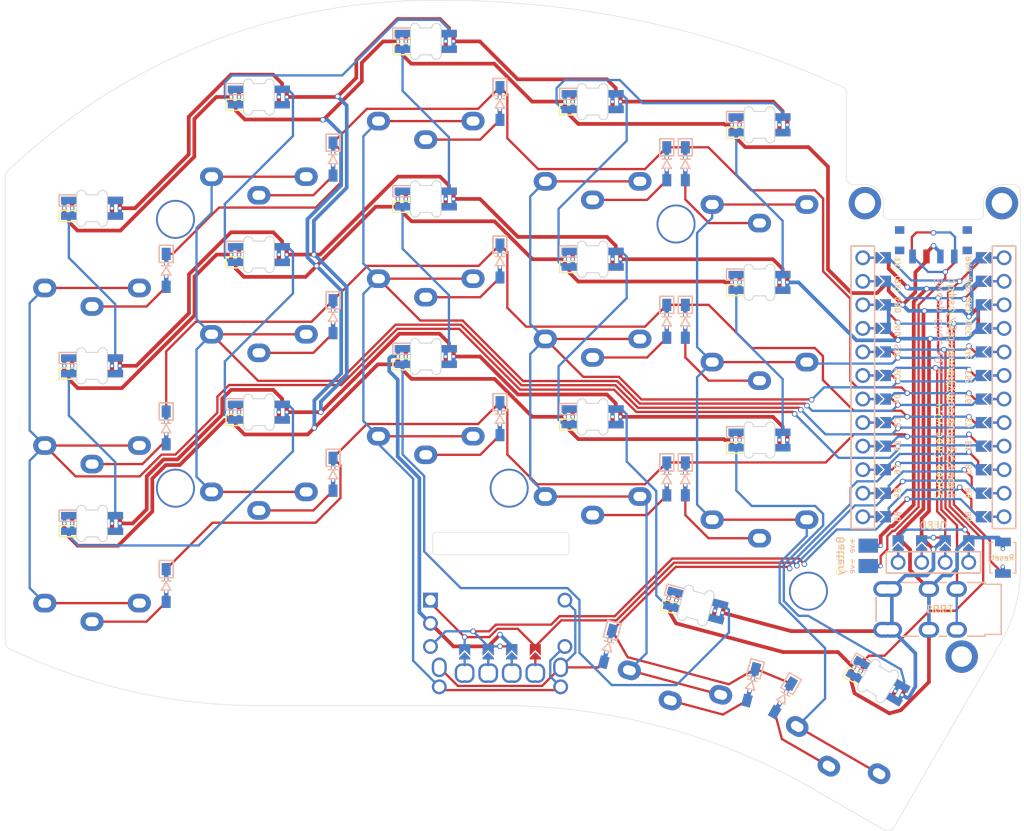
<source format=kicad_pcb>
(kicad_pcb (version 20211014) (generator pcbnew)
  (title_block (title "Swoop Choc") (date "2022-02-02") (rev "0.4") (company "jmnw"))
  (layers (0 "F.Cu" signal) (31 "B.Cu" signal) (34 "B.Paste" user) (35 "F.Paste" user) (36 "B.SilkS" user "B.Silkscreen") (37 "F.SilkS" user "F.Silkscreen") (38 "B.Mask" user) (39 "F.Mask" user) (44 "Edge.Cuts" user))
  (net 0 "")
  (net 1 "raw")
  (net 2 "Net-(BT1-Pad2)")
  (net 3 "row0")
  (net 4 "Net-(D1-Pad2)")
  (net 5 "GND")
  (net 6 "VCC")
  (net 7 "Net-(D2-Pad2)")
  (net 8 "Net-(D3-Pad2)")
  (net 9 "Net-(D4-Pad2)")
  (net 10 "Net-(D5-Pad2)")
  (net 11 "row1")
  (net 12 "Net-(D6-Pad2)")
  (net 13 "Net-(D7-Pad2)")
  (net 14 "data")
  (net 15 "reset")
  (net 16 "Net-(D8-Pad2)")
  (net 17 "Net-(D9-Pad2)")
  (net 18 "Net-(D10-Pad2)")
  (net 19 "row2")
  (net 20 "Net-(D11-Pad2)")
  (net 21 "Net-(D12-Pad2)")
  (net 22 "Net-(D13-Pad2)")
  (net 23 "Net-(D14-Pad2)")
  (net 24 "Net-(D15-Pad2)")
  (net 25 "Net-(D16-Pad2)")
  (net 26 "row3")
  (net 27 "Net-(D17-Pad2)")
  (net 28 "er0")
  (net 29 "col2")
  (net 30 "edb")
  (net 31 "eda")
  (net 33 "Net-(L1-Pad4)")
  (net 34 "Net-(L2-Pad2)")
  (net 35 "Net-(L2-Pad4)")
  (net 36 "Net-(L3-Pad4)")
  (net 37 "Net-(L4-Pad2)")
  (net 38 "Net-(L4-Pad4)")
  (net 39 "Net-(L10-Pad2)")
  (net 40 "Net-(L11-Pad2)")
  (net 41 "Net-(L12-Pad4)")
  (net 42 "Net-(L13-Pad2)")
  (net 43 "Net-(L14-Pad4)")
  (net 44 "Net-(L10-Pad4)")
  (net 45 "Net-(L11-Pad4)")
  (net 46 "Net-(L13-Pad4)")
  (net 47 "Net-(L14-Pad2)")
  (net 48 "Net-(L15-Pad4)")
  (net 49 "led")
  (net 50 "sda")
  (net 51 "sla")
  (net 52 "unconnected-(PSW1-Pad3)")
  (net 53 "col0")
  (net 54 "col1")
  (net 55 "col3")
  (net 56 "col4")
  (net 57 "unconnected-(U1-Pad13)")
  (net 58 "unconnected-(U1-Pad14)")
  (net 59 "unconnected-(U1-Pad15)")
  (footprint "swoop:M2_hole_4.2mm" (layer "F.Cu") (at 146.590597 66.155403)
    (fp_text reference "H3" hide)
    (fp_text value "M2 Hole" hide)
  )
  (footprint "swoop:D3_SMD" (layer "F.Cu") (at 127.591597 53.155405 -90)
    (fp_text reference "D3" hide)
    (fp_text value " 1N4148W" hide)
  )
  (footprint "swoop:Choc" (layer "F.Cu") (at 119.591598 85.1554)
    (fp_text reference "SW13" hide)
    (fp_text value "Choc" hide)
  )
  (footprint "jmnw:SK6812_Mini_E_edit" (layer "F.Cu") (at 83.591593 64.455902 180)
    (fp_text reference "L1" hide)
    (fp_text value "SK6812Mini-e" hide)
    (fp_line (start -1.65 -1.45) (end -1.65 1.45) (layer "Edge.Cuts") (width 0.1))
    (fp_line (start -0.65 1.45) (end 0.65 1.45) (layer "Edge.Cuts") (width 0.1))
    (fp_line (start -0.65 -1.45) (end 0.65 -1.45) (layer "Edge.Cuts") (width 0.1))
    (fp_line (start 1.65 1.45) (end 1.65 -1.45) (layer "Edge.Cuts") (width 0.1))
    (fp_arc (start 0.65 -1.45) (mid 1.15 -1.95) (end 1.65 -1.45) (layer "Edge.Cuts") (width 0.1))
    (fp_arc (start 1.65 1.45) (mid 1.15 1.95) (end 0.65 1.45) (layer "Edge.Cuts") (width 0.1))
    (fp_arc (start -0.65 1.45) (mid -1.15 1.95) (end -1.65 1.45) (layer "Edge.Cuts") (width 0.1))
    (fp_arc (start -1.65 -1.45) (mid -1.15 -1.95) (end -0.65 -1.45) (layer "Edge.Cuts") (width 0.1))
  )
  (footprint "swoop:RollerEncoder" (layer "F.Cu") (at 127.597561 109.236023)
    (fp_text reference "EN2")
    (fp_text value "EVQWGD001")
    (fp_line (start 7.448 -7.7) (end 7.448 -9.5) (layer "Edge.Cuts") (width 0.05))
    (fp_line (start -7.248 -7.7) (end -7.248 -9.5) (layer "Edge.Cuts") (width 0.05))
    (fp_line (start 7.148 -9.8) (end -6.948 -9.8) (layer "Edge.Cuts") (width 0.05))
    (fp_line (start -6.952 -7.4) (end 7.148 -7.4) (layer "Edge.Cuts") (width 0.05))
    (fp_arc (start -6.948 -7.4) (mid -7.160132 -7.487868) (end -7.248 -7.7) (layer "Edge.Cuts") (width 0.05))
    (fp_arc (start -7.248 -9.5) (mid -7.160132 -9.712132) (end -6.948 -9.8) (layer "Edge.Cuts") (width 0.05))
    (fp_arc (start 7.448 -7.7) (mid 7.360132 -7.487868) (end 7.148 -7.4) (layer "Edge.Cuts") (width 0.05))
    (fp_arc (start 7.148 -9.8) (mid 7.360132 -9.712132) (end 7.448 -9.5) (layer "Edge.Cuts") (width 0.05))
  )
  (footprint "jmnw:SK6812_Mini_E_edit" (layer "F.Cu") (at 155.591599 55.455398 180)
    (fp_text reference "L5" hide)
    (fp_text value "SK6812Mini-e" hide)
    (fp_line (start -0.65 -1.45) (end 0.65 -1.45) (layer "Edge.Cuts") (width 0.1))
    (fp_line (start -1.65 -1.45) (end -1.65 1.45) (layer "Edge.Cuts") (width 0.1))
    (fp_line (start -0.65 1.45) (end 0.65 1.45) (layer "Edge.Cuts") (width 0.1))
    (fp_line (start 1.65 1.45) (end 1.65 -1.45) (layer "Edge.Cuts") (width 0.1))
    (fp_arc (start 0.65 -1.45) (mid 1.15 -1.95) (end 1.65 -1.45) (layer "Edge.Cuts") (width 0.1))
    (fp_arc (start -1.65 -1.45) (mid -1.15 -1.95) (end -0.65 -1.45) (layer "Edge.Cuts") (width 0.1))
    (fp_arc (start 1.65 1.45) (mid 1.15 1.95) (end 0.65 1.45) (layer "Edge.Cuts") (width 0.1))
    (fp_arc (start -0.65 1.45) (mid -1.15 1.95) (end -1.65 1.45) (layer "Edge.Cuts") (width 0.1))
  )
  (footprint "swoop:M2_hole_4.2mm" (layer "F.Cu") (at 92.591597 65.655901)
    (fp_text reference "H1" hide)
    (fp_text value "M2 Hole" hide)
  )
  (footprint "swoop:D3_SMD" (layer "F.Cu") (at 91.591597 88.155898 -90)
    (fp_text reference "D6" hide)
    (fp_text value " 1N4148W" hide)
  )
  (footprint "jmnw:SK6812_Mini_E_edit" (layer "F.Cu") (at 101.591595 52.455901 180)
    (fp_text reference "L2" hide)
    (fp_text value "SK6812Mini-e" hide)
    (fp_line (start -0.65 1.45) (end 0.65 1.45) (layer "Edge.Cuts") (width 0.1))
    (fp_line (start -1.65 -1.45) (end -1.65 1.45) (layer "Edge.Cuts") (width 0.1))
    (fp_line (start 1.65 1.45) (end 1.65 -1.45) (layer "Edge.Cuts") (width 0.1))
    (fp_line (start -0.65 -1.45) (end 0.65 -1.45) (layer "Edge.Cuts") (width 0.1))
    (fp_arc (start -0.65 1.45) (mid -1.15 1.95) (end -1.65 1.45) (layer "Edge.Cuts") (width 0.1))
    (fp_arc (start 0.65 -1.45) (mid 1.15 -1.95) (end 1.65 -1.45) (layer "Edge.Cuts") (width 0.1))
    (fp_arc (start 1.65 1.45) (mid 1.15 1.95) (end 0.65 1.45) (layer "Edge.Cuts") (width 0.1))
    (fp_arc (start -1.65 -1.45) (mid -1.15 -1.95) (end -0.65 -1.45) (layer "Edge.Cuts") (width 0.1))
  )
  (footprint "jmnw:SK6812_Mini_E_edit" (layer "F.Cu") (at 119.591599 80.4554 180)
    (fp_text reference "L13" hide)
    (fp_text value "SK6812Mini-e" hide)
    (fp_line (start -1.65 -1.45) (end -1.65 1.45) (layer "Edge.Cuts") (width 0.1))
    (fp_line (start 1.65 1.45) (end 1.65 -1.45) (layer "Edge.Cuts") (width 0.1))
    (fp_line (start -0.65 1.45) (end 0.65 1.45) (layer "Edge.Cuts") (width 0.1))
    (fp_line (start -0.65 -1.45) (end 0.65 -1.45) (layer "Edge.Cuts") (width 0.1))
    (fp_arc (start -1.65 -1.45) (mid -1.15 -1.95) (end -0.65 -1.45) (layer "Edge.Cuts") (width 0.1))
    (fp_arc (start -0.65 1.45) (mid -1.15 1.95) (end -1.65 1.45) (layer "Edge.Cuts") (width 0.1))
    (fp_arc (start 0.65 -1.45) (mid 1.15 -1.95) (end 1.65 -1.45) (layer "Edge.Cuts") (width 0.1))
    (fp_arc (start 1.65 1.45) (mid 1.15 1.95) (end 0.65 1.45) (layer "Edge.Cuts") (width 0.1))
  )
  (footprint "swoop:Choc" (layer "F.Cu") (at 166.028562 119.534021 -30)
    (fp_text reference "SW17" hide)
    (fp_text value "Choc" hide)
  )
  (footprint "swoop:Reset" (layer "F.Cu") (at 181.846401 102.158663 90)
    (fp_text reference "RSW1" hide)
    (fp_text value "Reset")
  )
  (footprint "swoop:D3_SMD" (layer "F.Cu") (at 91.591596 71.155894 -90)
    (fp_text reference "D1" hide)
    (fp_text value " 1N4148W" hide)
  )
  (footprint "jmnw:SK6812_Mini_E_edit" (layer "F.Cu") (at 119.591595 46.455402 180)
    (fp_text reference "L3" hide)
    (fp_text value "SK6812Mini-e" hide)
    (fp_line (start -0.65 -1.45) (end 0.65 -1.45) (layer "Edge.Cuts") (width 0.1))
    (fp_line (start -0.65 1.45) (end 0.65 1.45) (layer "Edge.Cuts") (width 0.1))
    (fp_line (start -1.65 -1.45) (end -1.65 1.45) (layer "Edge.Cuts") (width 0.1))
    (fp_line (start 1.65 1.45) (end 1.65 -1.45) (layer "Edge.Cuts") (width 0.1))
    (fp_arc (start 0.65 -1.45) (mid 1.15 -1.95) (end 1.65 -1.45) (layer "Edge.Cuts") (width 0.1))
    (fp_arc (start 1.65 1.45) (mid 1.15 1.95) (end 0.65 1.45) (layer "Edge.Cuts") (width 0.1))
    (fp_arc (start -0.65 1.45) (mid -1.15 1.95) (end -1.65 1.45) (layer "Edge.Cuts") (width 0.1))
    (fp_arc (start -1.65 -1.45) (mid -1.15 -1.95) (end -0.65 -1.45) (layer "Edge.Cuts") (width 0.1))
  )
  (footprint "jmnw:SK6812_Mini_E_edit" (layer "F.Cu") (at 155.591599 72.455404 180)
    (fp_text reference "L10" hide)
    (fp_text value "SK6812Mini-e" hide)
    (fp_line (start -0.65 1.45) (end 0.65 1.45) (layer "Edge.Cuts") (width 0.1))
    (fp_line (start -0.65 -1.45) (end 0.65 -1.45) (layer "Edge.Cuts") (width 0.1))
    (fp_line (start 1.65 1.45) (end 1.65 -1.45) (layer "Edge.Cuts") (width 0.1))
    (fp_line (start -1.65 -1.45) (end -1.65 1.45) (layer "Edge.Cuts") (width 0.1))
    (fp_arc (start 1.65 1.45) (mid 1.15 1.95) (end 0.65 1.45) (layer "Edge.Cuts") (width 0.1))
    (fp_arc (start -1.65 -1.45) (mid -1.15 -1.95) (end -0.65 -1.45) (layer "Edge.Cuts") (width 0.1))
    (fp_arc (start -0.65 1.45) (mid -1.15 1.95) (end -1.65 1.45) (layer "Edge.Cuts") (width 0.1))
    (fp_arc (start 0.65 -1.45) (mid 1.15 -1.95) (end 1.65 -1.45) (layer "Edge.Cuts") (width 0.1))
  )
  (footprint "swoop:Power" (layer "F.Cu") (at 174.356625 67.906063 180)
    (fp_text reference "PSW1" hide)
    (fp_text value "Power" hide)
  )
  (footprint "jmnw:SK6812_Mini_E_edit" (layer "F.Cu") (at 168.378562 115.463701 150)
    (fp_text reference "L17" hide)
    (fp_text value "SK6812Mini-e" hide)
    (fp_line (start -1.65 -1.45) (end -1.65 1.45) (layer "Edge.Cuts") (width 0.1))
    (fp_line (start -0.65 -1.45) (end 0.65 -1.45) (layer "Edge.Cuts") (width 0.1))
    (fp_line (start 1.65 1.45) (end 1.65 -1.45) (layer "Edge.Cuts") (width 0.1))
    (fp_line (start -0.65 1.45) (end 0.65 1.45) (layer "Edge.Cuts") (width 0.1))
    (fp_arc (start -1.65 -1.45) (mid -1.15 -1.95) (end -0.65 -1.45) (layer "Edge.Cuts") (width 0.1))
    (fp_arc (start -0.65 1.45) (mid -1.15 1.95) (end -1.65 1.45) (layer "Edge.Cuts") (width 0.1))
    (fp_arc (start 0.65 -1.45) (mid 1.15 -1.95) (end 1.65 -1.45) (layer "Edge.Cuts") (width 0.1))
    (fp_arc (start 1.65 1.45) (mid 1.15 1.95) (end 0.65 1.45) (layer "Edge.Cuts") (width 0.1))
  )
  (footprint "swoop:D3_SMD" (layer "F.Cu") (at 147.591596 93.655403 -90)
    (fp_text reference "D15" hide)
    (fp_text value " 1N4148W" hide)
  )
  (footprint "swoop:RotaryEncoder" (layer "F.Cu") (at 127.597601 109.235399)
    (fp_text reference "EN1")
    (fp_text value "RotaryEncoder_Switch")
  )
  (footprint "chocolad:M2_hole_3.5mm" (layer "F.Cu") (at 181.747745 63.905569)
    (fp_text reference "Ref**" hide)
    (fp_text value "Val**" hide)
  )
  (footprint "swoop:Choc" (layer "F.Cu") (at 137.590596 74.655399)
    (fp_text reference "SW9" hide)
    (fp_text value "Choc" hide)
  )
  (footprint "swoop:Choc" (layer "F.Cu") (at 83.591598 103.155901)
    (fp_text reference "SW11" hide)
    (fp_text value "Choc" hide)
  )
  (footprint "swoop:D3_SMD" (layer "F.Cu") (at 145.590602 59.655401 -90)
    (fp_text reference "D4" hide)
    (fp_text value " 1N4148W" hide)
  )
  (footprint "swoop:D3_SMD" (layer "F.Cu") (at 127.591601 70.155395 -90)
    (fp_text reference "D8" hide)
    (fp_text value " 1N4148W" hide)
  )
  (footprint "swoop:D3_SMD" (layer "F.Cu") (at 145.590602 76.6554 -90)
    (fp_text reference "D9" hide)
    (fp_text value " 1N4148W" hide)
  )
  (footprint "chocolad:M2_hole_3.5mm" (layer "F.Cu") (at 166.966423 63.906026)
    (fp_text reference "Ref**" hide)
    (fp_text value "Val**" hide)
  )
  (footprint "swoop:D3_SMD" (layer "F.Cu") (at 147.591603 59.655402 -90)
    (fp_text reference "D5" hide)
    (fp_text value " 1N4148W" hide)
  )
  (footprint "swoop:Choc" (layer "F.Cu") (at 155.591598 77.155404)
    (fp_text reference "SW10" hide)
    (fp_text value "Choc" hide)
  )
  (footprint "swoop:Choc" (layer "F.Cu") (at 83.591596 86.155898)
    (fp_text reference "SW6" hide)
    (fp_text value "Choc" hide)
  )
  (footprint "swoop:ProMicro_jumpers" (layer "F.Cu") (at 174.356626 83.769066)
    (fp_text reference "U1" hide)
    (fp_text value "ProMicro" hide)
  )
  (footprint "swoop:D3_SMD" (layer "F.Cu") (at 91.591598 105.1559 -90)
    (fp_text reference "D11" hide)
    (fp_text value " 1N4148W" hide)
  )
  (footprint "swoop:Choc" (layer "F.Cu") (at 101.591599 91.155903)
    (fp_text reference "SW12" hide)
    (fp_text value "Choc" hide)
  )
  (footprint "swoop:TRRS-3pin" (layer "F.Cu") (at 180.071074 107.730764 -90)
    (fp_text reference "J1")
    (fp_text value "TRRS" hide)
  )
  (footprint "swoop:Choc" (layer "F.Cu") (at 119.591595 51.155402)
    (fp_text reference "SW3" hide)
    (fp_text value "Choc" hide)
  )
  (footprint "swoop:Choc" (layer "F.Cu") (at 155.591598 60.155401)
    (fp_text reference "SW5" hide)
    (fp_text value "Choc" hide)
  )
  (footprint "swoop:M2_hole_3.5mm" (layer "F.Cu") (at 177.407501 112.825038)
    (fp_text reference "Ref**" hide)
    (fp_text value "Val**" hide)
  )
  (footprint "jmnw:SK6812_Mini_E_edit" (layer "F.Cu") (at 119.591597 63.455398 180)
    (fp_text reference "L8" hide)
    (fp_text value "SK6812Mini-e" hide)
    (fp_line (start -0.65 1.45) (end 0.65 1.45) (layer "Edge.Cuts") (width 0.1))
    (fp_line (start 1.65 1.45) (end 1.65 -1.45) (layer "Edge.Cuts") (width 0.1))
    (fp_line (start -1.65 -1.45) (end -1.65 1.45) (layer "Edge.Cuts") (width 0.1))
    (fp_line (start -0.65 -1.45) (end 0.65 -1.45) (layer "Edge.Cuts") (width 0.1))
    (fp_arc (start 0.65 -1.45) (mid 1.15 -1.95) (end 1.65 -1.45) (layer "Edge.Cuts") (width 0.1))
    (fp_arc (start -1.65 -1.45) (mid -1.15 -1.95) (end -0.65 -1.45) (layer "Edge.Cuts") (width 0.1))
    (fp_arc (start 1.65 1.45) (mid 1.15 1.95) (end 0.65 1.45) (layer "Edge.Cuts") (width 0.1))
    (fp_arc (start -0.65 1.45) (mid -1.15 1.95) (end -1.65 1.45) (layer "Edge.Cuts") (width 0.1))
  )
  (footprint "swoop:OLED_jumpers" (layer "F.Cu") (at 170.546805 102.658755)
    (fp_text reference "O1" hide)
    (fp_text value "OLED")
  )
  (footprint "swoop:Choc" (layer "F.Cu") (at 83.591594 69.155901)
    (fp_text reference "SW1" hide)
    (fp_text value "Choc" hide)
  )
  (footprint "swoop:Choc" (layer "F.Cu") (at 137.590596 91.655401)
    (fp_text reference "SW14" hide)
    (fp_text value "Choc" hide)
  )
  (footprint "swoop:D3_SMD" (layer "F.Cu") (at 145.590598 93.655404 -90)
    (fp_text reference "D14" hide)
    (fp_text value " 1N4148W" hide)
  )
  (footprint "swoop:D3_SMD" (layer "F.Cu") (at 139.2456 111.716398 -105)
    (fp_text reference "ED1" hide)
    (fp_text value " 1N4148W" hide)
  )
  (footprint "swoop:Choc" (layer "F.Cu") (at 101.591599 74.155897)
    (fp_text reference "SW7" hide)
    (fp_text value "Choc" hide)
  )
  (footprint "swoop:Choc" (layer "F.Cu") (at 137.590599 57.655404)
    (fp_text reference "SW4" hide)
    (fp_text value "Choc" hide)
  )
  (footprint "swoop:D3_SMD" (layer "F.Cu") (at 109.591593 76.155902 -90)
    (fp_text reference "D7" hide)
    (fp_text value " 1N4148W" hide)
  )
  (footprint "jmnw:SK6812_Mini_E_edit" (layer "F.Cu") (at 83.591597 98.455901 180)
    (fp_text reference "L11" hide)
    (fp_text value "SK6812Mini-e" hide)
    (fp_line (start -1.65 -1.45) (end -1.65 1.45) (layer "Edge.Cuts") (width 0.1))
    (fp_line (start -0.65 1.45) (end 0.65 1.45) (layer "Edge.Cuts") (width 0.1))
    (fp_line (start -0.65 -1.45) (end 0.65 -1.45) (layer "Edge.Cuts") (width 0.1))
    (fp_line (start 1.65 1.45) (end 1.65 -1.45) (layer "Edge.Cuts") (width 0.1))
    (fp_arc (start 1.65 1.45) (mid 1.15 1.95) (end 0.65 1.45) (layer "Edge.Cuts") (width 0.1))
    (fp_arc (start -0.65 1.45) (mid -1.15 1.95) (end -1.65 1.45) (layer "Edge.Cuts") (width 0.1))
    (fp_arc (start 0.65 -1.45) (mid 1.15 -1.95) (end 1.65 -1.45) (layer "Edge.Cuts") (width 0.1))
    (fp_arc (start -1.65 -1.45) (mid -1.15 -1.95) (end -0.65 -1.45) (layer "Edge.Cuts") (width 0.1))
  )
  (footprint "swoop:D3_SMD" (layer "F.Cu") (at 109.591596 93.155901 -90)
    (fp_text reference "D12" hide)
    (fp_text value " 1N4148W" hide)
  )
  (footprint "swoop:M2_hole_4.2mm" (layer "F.Cu") (at 92.591598 94.655899)
    (fp_text reference "H2" hide)
    (fp_text value "M2 Hole" hide)
  )
  (footprint "swoop:Choc" (layer "F.Cu") (at 147.490639 111.855101 -15)
    (fp_text reference "SW16" hide)
    (fp_text value "Choc" hide)
  )
  (footprint "swoop:Choc" (layer "F.Cu") (at 119.591598 68.155399)
    (fp_text reference "SW8" hide)
    (fp_text value "Choc" hide)
  )
  (footprint "jmnw:SK6812_Mini_E_edit" (layer "F.Cu") (at 148.707088 107.31525 165)
    (fp_text reference "L16" hide)
    (fp_text value "SK6812Mini-e" hide)
    (fp_line (start -0.65 1.45) (end 0.65 1.45) (layer "Edge.Cuts") (width 0.1))
    (fp_line (start -1.65 -1.45) (end -1.65 1.45) (layer "Edge.Cuts") (width 0.1))
    (fp_line (start 1.65 1.45) (end 1.65 -1.45) (layer "Edge.Cuts") (width 0.1))
    (fp_line (start -0.65 -1.45) (end 0.65 -1.45) (layer "Edge.Cuts") (width 0.1))
    (fp_arc (start 1.65 1.45) (mid 1.15 1.95) (end 0.65 1.45) (layer "Edge.Cuts") (width 0.1))
    (fp_arc (start -0.65 1.45) (mid -1.15 1.95) (end -1.65 1.45) (layer "Edge.Cuts") (width 0.1))
    (fp_arc (start -1.65 -1.45) (mid -1.15 -1.95) (end -0.65 -1.45) (layer "Edge.Cuts") (width 0.1))
    (fp_arc (start 0.65 -1.45) (mid 1.15 -1.95) (end 1.65 -1.45) (layer "Edge.Cuts") (width 0.1))
  )
  (footprint "jmnw:SK6812_Mini_E_edit" (layer "F.Cu") (at 137.590597 86.9554 180)
    (fp_text reference "L14" hide)
    (fp_text value "SK6812Mini-e" hide)
    (fp_line (start -0.65 1.45) (end 0.65 1.45) (layer "Edge.Cuts") (width 0.1))
    (fp_line (start -0.65 -1.45) (end 0.65 -1.45) (layer "Edge.Cuts") (width 0.1))
    (fp_line (start 1.65 1.45) (end 1.65 -1.45) (layer "Edge.Cuts") (width 0.1))
    (fp_line (start -1.65 -1.45) (end -1.65 1.45) (layer "Edge.Cuts") (width 0.1))
    (fp_arc (start 0.65 -1.45) (mid 1.15 -1.95) (end 1.65 -1.45) (layer "Edge.Cuts") (width 0.1))
    (fp_arc (start 1.65 1.45) (mid 1.15 1.95) (end 0.65 1.45) (layer "Edge.Cuts") (width 0.1))
    (fp_arc (start -0.65 1.45) (mid -1.15 1.95) (end -1.65 1.45) (layer "Edge.Cuts") (width 0.1))
    (fp_arc (start -1.65 -1.45) (mid -1.15 -1.95) (end -0.65 -1.45) (layer "Edge.Cuts") (width 0.1))
  )
  (footprint "swoop:M2_hole_4.2mm" (layer "F.Cu") (at 128.591598 94.655398)
    (fp_text reference "H4" hide)
    (fp_text value "M2 Hole" hide)
  )
  (footprint "swoop:D3_SMD" (layer "F.Cu") (at 127.591599 87.155401 -90)
    (fp_text reference "D13" hide)
    (fp_text value " 1N4148W" hide)
  )
  (footprint "swoop:Battery_pads_reversible" (layer "F.Cu") (at 167.323798 101.95725 -90)
    (fp_text reference "BT1" hide)
    (fp_text value "Battery" hide)
  )
  (footprint "jmnw:SK6812_Mini_E_edit" (layer "F.Cu") (at 155.591602 89.455399 180)
    (fp_text reference "L15" hide)
    (fp_text value "SK6812Mini-e" hide)
    (fp_line (start -0.65 -1.45) (end 0.65 -1.45) (layer "Edge.Cuts") (width 0.1))
    (fp_line (start 1.65 1.45) (end 1.65 -1.45) (layer "Edge.Cuts") (width 0.1))
    (fp_line (start -1.65 -1.45) (end -1.65 1.45) (layer "Edge.Cuts") (width 0.1))
    (fp_line (start -0.65 1.45) (end 0.65 1.45) (layer "Edge.Cuts") (width 0.1))
    (fp_arc (start -0.65 1.45) (mid -1.15 1.95) (end -1.65 1.45) (layer "Edge.Cuts") (width 0.1))
    (fp_arc (start 0.65 -1.45) (mid 1.15 -1.95) (end 1.65 -1.45) (layer "Edge.Cuts") (width 0.1))
    (fp_arc (start -1.65 -1.45) (mid -1.15 -1.95) (end -0.65 -1.45) (layer "Edge.Cuts") (width 0.1))
    (fp_arc (start 1.65 1.45) (mid 1.15 1.95) (end 0.65 1.45) (layer "Edge.Cuts") (width 0.1))
  )
  (footprint "jmnw:SK6812_Mini_E_edit" (layer "F.Cu") (at 137.590598 69.955399 180)
    (fp_text reference "L9" hide)
    (fp_text value "SK6812Mini-e" hide)
    (fp_line (start -0.65 1.45) (end 0.65 1.45) (layer "Edge.Cuts") (width 0.1))
    (fp_line (start -1.65 -1.45) (end -1.65 1.45) (layer "Edge.Cuts") (width 0.1))
    (fp_line (start -0.65 -1.45) (end 0.65 -1.45) (layer "Edge.Cuts") (width 0.1))
    (fp_line (start 1.65 1.45) (end 1.65 -1.45) (layer "Edge.Cuts") (width 0.1))
    (fp_arc (start 0.65 -1.45) (mid 1.15 -1.95) (end 1.65 -1.45) (layer "Edge.Cuts") (width 0.1))
    (fp_arc (start -0.65 1.45) (mid -1.15 1.95) (end -1.65 1.45) (layer "Edge.Cuts") (width 0.1))
    (fp_arc (start -1.65 -1.45) (mid -1.15 -1.95) (end -0.65 -1.45) (layer "Edge.Cuts") (width 0.1))
    (fp_arc (start 1.65 1.45) (mid 1.15 1.95) (end 0.65 1.45) (layer "Edge.Cuts") (width 0.1))
  )
  (footprint "swoop:M2_hole_4.2mm" (layer "F.Cu") (at 160.872753 105.765832)
    (fp_text reference "H4" hide)
    (fp_text value "M2 Hole" hide)
  )
  (footprint "jmnw:SK6812_Mini_E_edit" (layer "F.Cu") (at 137.590598 52.955404 180)
    (fp_text reference "L4" hide)
    (fp_text value "SK6812Mini-e" hide)
    (fp_line (start -0.65 -1.45) (end 0.65 -1.45) (layer "Edge.Cuts") (width 0.1))
    (fp_line (start -0.65 1.45) (end 0.65 1.45) (layer "Edge.Cuts") (width 0.1))
    (fp_line (start 1.65 1.45) (end 1.65 -1.45) (layer "Edge.Cuts") (width 0.1))
    (fp_line (start -1.65 -1.45) (end -1.65 1.45) (layer "Edge.Cuts") (width 0.1))
    (fp_arc (start 1.65 1.45) (mid 1.15 1.95) (end 0.65 1.45) (layer "Edge.Cuts") (width 0.1))
    (fp_arc (start -1.65 -1.45) (mid -1.15 -1.95) (end -0.65 -1.45) (layer "Edge.Cuts") (width 0.1))
    (fp_arc (start 0.65 -1.45) (mid 1.15 -1.95) (end 1.65 -1.45) (layer "Edge.Cuts") (width 0.1))
    (fp_arc (start -0.65 1.45) (mid -1.15 1.95) (end -1.65 1.45) (layer "Edge.Cuts") (width 0.1))
  )
  (footprint "jmnw:SK6812_Mini_E_edit" (layer "F.Cu") (at 101.591598 69.455897 180)
    (fp_text reference "L7" hide)
    (fp_text value "SK6812Mini-e" hide)
    (fp_line (start 1.65 1.45) (end 1.65 -1.45) (layer "Edge.Cuts") (width 0.1))
    (fp_line (start -0.65 1.45) (end 0.65 1.45) (layer "Edge.Cuts") (width 0.1))
    (fp_line (start -0.65 -1.45) (end 0.65 -1.45) (layer "Edge.Cuts") (width 0.1))
    (fp_line (start -1.65 -1.45) (end -1.65 1.45) (layer "Edge.Cuts") (width 0.1))
    (fp_arc (start 0.65 -1.45) (mid 1.15 -1.95) (end 1.65 -1.45) (layer "Edge.Cuts") (width 0.1))
    (fp_arc (start -0.65 1.45) (mid -1.15 1.95) (end -1.65 1.45) (layer "Edge.Cuts") (width 0.1))
    (fp_arc (start -1.65 -1.45) (mid -1.15 -1.95) (end -0.65 -1.45) (layer "Edge.Cuts") (width 0.1))
    (fp_arc (start 1.65 1.45) (mid 1.15 1.95) (end 0.65 1.45) (layer "Edge.Cuts") (width 0.1))
  )
  (footprint "swoop:D3_SMD" (layer "F.Cu") (at 109.591596 59.155903 -90)
    (fp_text reference "D2" hide)
    (fp_text value " 1N4148W" hide)
  )
  (footprint "swoop:D3_SMD" (layer "F.Cu") (at 158.119273 117.273908 -120)
    (fp_text reference "D17" hide)
    (fp_text value " 1N4148W" hide)
  )
  (footprint "swoop:D3_SMD" (layer "F.Cu") (at 154.700408 115.857505 -105)
    (fp_text reference "D16" hide)
    (fp_text value " 1N4148W" hide)
  )
  (footprint "swoop:Choc" (layer "F.Cu") (at 155.591601 94.155398)
    (fp_text reference "SW15" hide)
    (fp_text value "Choc" hide)
  )
  (footprint "swoop:D3_SMD" (layer "F.Cu") (at 147.591597 76.655403 -90)
    (fp_text reference "D10" hide)
    (fp_text value " 1N4148W" hide)
  )
  (footprint "jmnw:SK6812_Mini_E_edit" (layer "F.Cu") (at 83.591595 81.455896 180)
    (fp_text reference "L6" hide)
    (fp_text value "SK6812Mini-e" hide)
    (fp_line (start 1.65 1.45) (end 1.65 -1.45) (layer "Edge.Cuts") (width 0.1))
    (fp_line (start -0.65 1.45) (end 0.65 1.45) (layer "Edge.Cuts") (width 0.1))
    (fp_line (start -0.65 -1.45) (end 0.65 -1.45) (layer "Edge.Cuts") (width 0.1))
    (fp_line (start -1.65 -1.45) (end -1.65 1.45) (layer "Edge.Cuts") (width 0.1))
    (fp_arc (start 1.65 1.45) (mid 1.15 1.95) (end 0.65 1.45) (layer "Edge.Cuts") (width 0.1))
    (fp_arc (start 0.65 -1.45) (mid 1.15 -1.95) (end 1.65 -1.45) (layer "Edge.Cuts") (width 0.1))
    (fp_arc (start -0.65 1.45) (mid -1.15 1.95) (end -1.65 1.45) (layer "Edge.Cuts") (width 0.1))
    (fp_arc (start -1.65 -1.45) (mid -1.15 -1.95) (end -0.65 -1.45) (layer "Edge.Cuts") (width 0.1))
  )
  (footprint "jmnw:SK6812_Mini_E_edit" (layer "F.Cu") (at 101.591601 86.455903 180)
    (fp_text reference "L12" hide)
    (fp_text value "SK6812Mini-e" hide)
    (fp_line (start -1.65 -1.45) (end -1.65 1.45) (layer "Edge.Cuts") (width 0.1))
    (fp_line (start -0.65 1.45) (end 0.65 1.45) (layer "Edge.Cuts") (width 0.1))
    (fp_line (start -0.65 -1.45) (end 0.65 -1.45) (layer "Edge.Cuts") (width 0.1))
    (fp_line (start 1.65 1.45) (end 1.65 -1.45) (layer "Edge.Cuts") (width 0.1))
    (fp_arc (start -1.65 -1.45) (mid -1.15 -1.95) (end -0.65 -1.45) (layer "Edge.Cuts") (width 0.1))
    (fp_arc (start 0.65 -1.45) (mid 1.15 -1.95) (end 1.65 -1.45) (layer "Edge.Cuts") (width 0.1))
    (fp_arc (start -0.65 1.45) (mid -1.15 1.95) (end -1.65 1.45) (layer "Edge.Cuts") (width 0.1))
    (fp_arc (start 1.65 1.45) (mid 1.15 1.95) (end 0.65 1.45) (layer "Edge.Cuts") (width 0.1))
  )
  (footprint "swoop:Choc" (layer "F.Cu") (at 101.591597 57.155902)
    (fp_text reference "SW2" hide)
    (fp_text value "Choc" hide)
  )
  (gr_line (start 74.216635 61.030927) (end 74.216635 111.280834) (layer "Edge.Cuts") (width 0.05))
  (gr_line (start 164.966428 61.156022) (end 164.966428 52.030066) (layer "Edge.Cuts") (width 0.05))
  (gr_line (start 183.747682 62.655533) (end 183.747935 103.372676) (layer "Edge.Cuts") (width 0.05))
  (gr_arc (start 182.997682 61.905533) (mid 183.528012 62.125203) (end 183.747682 62.655533) (layer "Edge.Cuts") (width 0.05))
  (gr_arc (start 165.716428 61.906022) (mid 165.186098 61.686352) (end 164.966428 61.156022) (layer "Edge.Cuts") (width 0.05))
  (gr_arc (start 74.216635 61.030927) (mid 74.273757 60.743757) (end 74.436426 60.500305) (layer "Edge.Cuts") (width 0.05))
  (gr_line (start 181.747693 61.905391) (end 182.997682 61.905533) (layer "Edge.Cuts") (width 0.05))
  (gr_line (start 165.716428 61.906022) (end 166.966367 61.905844) (layer "Edge.Cuts") (width 0.05))
  (gr_arc (start 179.747381 65.155307) (mid 179.600931 65.508862) (end 179.247375 65.655308) (layer "Edge.Cuts") (width 0.05))
  (gr_line (start 127.597821 118.110761) (end 101.592025 118.110761) (layer "Edge.Cuts") (width 0.05))
  (gr_line (start 179.747381 65.155307) (end 179.747557 63.905382) (layer "Edge.Cuts") (width 0.05))
  (gr_line (start 169.060947 131.53224) (end 161.591659 127.219841) (layer "Edge.Cuts") (width 0.05))
  (gr_arc (start 120.366981 42.021036) (mid 142.953357 44.285193) (end 164.526427 51.347305) (layer "Edge.Cuts") (width 0.05))
  (gr_arc (start 166.966367 61.905844) (mid 168.380598 62.491702) (end 168.966351 63.905977) (layer "Edge.Cuts") (width 0.05))
  (gr_arc (start 183.747935 103.372676) (mid 183.211252 107.449833) (end 181.637559 111.24914) (layer "Edge.Cuts") (width 0.05))
  (gr_arc (start 74.626428 111.947304) (mid 74.327279 111.672022) (end 74.216635 111.280834) (layer "Edge.Cuts") (width 0.05))
  (gr_arc (start 127.597821 118.110761) (mid 145.194386 120.427505) (end 161.591659 127.219841) (layer "Edge.Cuts") (width 0.05))
  (gr_line (start 168.966351 63.905977) (end 168.966532 65.155909) (layer "Edge.Cuts") (width 0.05))
  (gr_arc (start 170.085466 131.257721) (mid 169.630061 131.607164) (end 169.060947 131.53224) (layer "Edge.Cuts") (width 0.05))
  (gr_arc (start 169.466531 65.655912) (mid 169.112975 65.509467) (end 168.966532 65.155909) (layer "Edge.Cuts") (width 0.05))
  (gr_arc (start 164.526427 51.347305) (mid 164.846898 51.623938) (end 164.966428 52.030066) (layer "Edge.Cuts") (width 0.05))
  (gr_arc (start 179.747557 63.905382) (mid 180.333415 62.491146) (end 181.747693 61.905391) (layer "Edge.Cuts") (width 0.05))
  (gr_arc (start 101.592025 118.110761) (mid 87.761519 116.550281) (end 74.626428 111.947304) (layer "Edge.Cuts") (width 0.05))
  (gr_line (start 170.085466 131.257721) (end 181.637559 111.24914) (layer "Edge.Cuts") (width 0.05))
  (gr_line (start 169.466531 65.655912) (end 179.247375 65.655308) (layer "Edge.Cuts") (width 0.05))
  (gr_arc (start 74.436426 60.500305) (mid 95.612696 46.814061) (end 120.366981 42.021036) (layer "Edge.Cuts") (width 0.05))
  (gr_text "Swoop Choc v0.4\nhttps://github.com/jimmerricks/swoop" (at 175.55038 71.869866 90) (layer "B.SilkS") (effects (font (size 0.8 0.8) (thickness 0.1)) (justify left mirror)))
  (gr_text "Swoop Choc v0.4\nhttps://github.com/jimmerricks/swoop" (at 175.550379 95.929868 90) (layer "F.SilkS") (effects (font (size 0.8 0.8) (thickness 0.1)) (justify left)))
  (segment (start 169.530626 70.974074) (end 169.530635 69.799066) (width 0.4) (layer "F.Cu") (net 1))
  (segment (start 171.530627 72.974068) (end 169.530626 70.974074) (width 0.4) (layer "F.Cu") (net 1))
  (segment (start 172.230139 96.454558) (end 169.946109 98.738584) (width 0.4) (layer "F.Cu") (net 1))
  (segment (start 173.617308 73.140229) (end 172.23014 74.5274) (width 0.4) (layer "F.Cu") (net 1))
  (segment (start 173.617308 73.138588) (end 173.617308 73.140229) (width 0.4) (layer "F.Cu") (net 1))
  (segment (start 169.946109 98.738584) (end 169.739454 98.738589) (width 0.4) (layer "F.Cu") (net 1))
  (segment (start 173.617308 73.140235) (end 173.617308 73.138588) (width 0.4) (layer "F.Cu") (net 1))
  (segment (start 172.23014 74.5274) (end 172.230139 96.454558) (width 0.4) (layer "F.Cu") (net 1))
  (segment (start 169.739454 98.738589) (end 168.665397 99.812644) (width 0.4) (layer "F.Cu") (net 1))
  (segment (start 168.665397 99.812644) (end 168.665399 100.856851) (width 0.4) (layer "F.Cu") (net 1))
  (via (at 171.530627 72.974068) (size 0.6) (drill 0.4) (layers "F.Cu" "B.Cu") (net 1))
  (via (at 173.617308 73.138588) (size 0.6) (drill 0.4) (layers "F.Cu" "B.Cu") (net 1))
  (segment (start 173.617308 73.138588) (end 171.695145 73.138589) (width 0.4) (layer "B.Cu") (net 1))
  (segment (start 171.695145 73.138589) (end 171.530627 72.974068) (width 0.4) (layer "B.Cu") (net 1))
  (segment (start 178.416531 70.565167) (end 179.182636 69.799064) (width 0.4) (layer "B.Cu") (net 1))
  (segment (start 178.416525 72.240908) (end 178.416531 70.565167) (width 0.4) (layer "B.Cu") (net 1))
  (segment (start 177.518866 73.13858) (end 178.416525 72.240908) (width 0.4) (layer "B.Cu") (net 1))
  (segment (start 177.518866 73.13858) (end 173.617308 73.138588) (width 0.4) (layer "B.Cu") (net 1))
  (segment (start 169.377884 101.252187) (end 168.665399 101.964673) (width 0.25) (layer "F.Cu") (net 2))
  (segment (start 169.959509 99.263113) (end 169.956715 99.263113) (width 0.25) (layer "F.Cu") (net 2))
  (segment (start 172.754658 74.897236) (end 172.754659 96.671819) (width 0.25) (layer "F.Cu") (net 2))
  (segment (start 175.636797 71.328921) (end 175.636797 72.015096) (width 0.25) (layer "F.Cu") (net 2))
  (segment (start 169.956715 99.263113) (end 169.377884 99.841944) (width 0.25) (layer "F.Cu") (net 2))
  (segment (start 169.959509 99.263104) (end 169.959509 99.263113) (width 0.25) (layer "F.Cu") (net 2))
  (segment (start 169.377884 99.841944) (end 169.377884 101.252187) (width 0.25) (layer "F.Cu") (net 2))
  (segment (start 175.636797 72.015096) (end 172.754658 74.897236) (width 0.25) (layer "F.Cu") (net 2))
  (segment (start 170.163377 99.263105) (end 169.959509 99.263104) (width 0.25) (layer "F.Cu") (net 2))
  (segment (start 168.665399 101.964673) (end 168.665397 103.05725) (width 0.25) (layer "F.Cu") (net 2))
  (segment (start 176.615113 70.350601) (end 175.636797 71.328921) (width 0.25) (layer "F.Cu") (net 2))
  (segment (start 172.754659 96.671819) (end 170.163377 99.263105) (width 0.25) (layer "F.Cu") (net 2))
  (segment (start 176.615111 69.655876) (end 176.615113 70.350601) (width 0.25) (layer "F.Cu") (net 2))
  (via (at 175.636797 71.328921) (size 0.6) (drill 0.4) (layers "F.Cu" "B.Cu") (net 2))
  (segment (start 173.788144 71.32891) (end 175.636797 71.328921) (width 0.25) (layer "B.Cu") (net 2))
  (segment (start 172.115106 69.655875) (end 173.788144 71.32891) (width 0.25) (layer "B.Cu") (net 2))
  (segment (start 110.391118 58.180424) (end 109.591597 57.380904) (width 0.25) (layer "F.Cu") (net 3))
  (segment (start 165.396427 74.205643) (end 162.456719 71.265937) (width 0.25) (layer "F.Cu") (net 3))
  (segment (start 161.576718 62.524153) (end 154.71672 62.524152) (width 0.25) (layer "F.Cu") (net 3))
  (segment (start 128.391116 52.179924) (end 127.591596 51.380405) (width 0.25) (layer "F.Cu") (net 3))
  (segment (start 178.817633 85.039071) (end 178.182632 84.404064) (width 0.25) (layer "F.Cu") (net 3))
  (segment (start 97.293472 64.382802) (end 107.723642 64.382801) (width 0.25) (layer "F.Cu") (net 3))
  (segment (start 113.241618 53.730882) (end 109.591597 57.380904) (width 0.25) (layer "F.Cu") (net 3))
  (segment (start 91.591596 69.380894) (end 92.295376 69.380895) (width 0.25) (layer "F.Cu") (net 3))
  (segment (start 147.591604 57.880401) (end 145.590604 57.880398) (width 0.25) (layer "F.Cu") (net 3))
  (segment (start 143.24012 60.230884) (end 131.7116 60.230883) (width 0.25) (layer "F.Cu") (net 3))
  (segment (start 165.396426 83.057305) (end 165.396427 74.205643) (width 0.25) (layer "F.Cu") (net 3))
  (segment (start 150.072968 57.8804) (end 147.591604 57.880401) (width 0.25) (layer "F.Cu") (net 3))
  (segment (start 107.723642 64.382801) (end 110.391115 61.715326) (width 0.25) (layer "F.Cu") (net 3))
  (segment (start 162.456719 71.265937) (end 162.456719 63.404154) (width 0.25) (layer "F.Cu") (net 3))
  (segment (start 110.391115 61.715326) (end 110.391118 58.180424) (width 0.25) (layer "F.Cu") (net 3))
  (segment (start 162.456719 63.404154) (end 161.576718 62.524153) (width 0.25) (layer "F.Cu") (net 3))
  (segment (start 131.7116 60.230883) (end 128.391117 56.9104) (width 0.25) (layer "F.Cu") (net 3))
  (segment (start 127.591596 51.380405) (end 125.241121 53.730879) (width 0.25) (layer "F.Cu") (net 3))
  (segment (start 166.123275 83.784154) (end 165.396426 83.057305) (width 0.25) (layer "F.Cu") (net 3))
  (segment (start 92.295376 69.380895) (end 97.293472 64.382802) (width 0.25) (layer "F.Cu") (net 3))
  (segment (start 128.391117 56.9104) (end 128.391116 52.179924) (width 0.25) (layer "F.Cu") (net 3))
  (segment (start 171.530639 84.404068) (end 170.910726 83.784154) (width 0.25) (layer "F.Cu") (net 3))
  (segment (start 125.241121 53.730879) (end 113.241618 53.730882) (width 0.25) (layer "F.Cu") (net 3))
  (segment (start 170.910726 83.784154) (end 166.123275 83.784154) (width 0.25) (layer "F.Cu") (net 3))
  (segment (start 154.71672 62.524152) (end 150.072968 57.8804) (width 0.25) (layer "F.Cu") (net 3))
  (segment (start 179.182633 85.039073) (end 178.817633 85.039071) (width 0.25) (layer "F.Cu") (net 3))
  (segment (start 145.590604 57.880398) (end 143.24012 60.230884) (width 0.25) (layer "F.Cu") (net 3))
  (via (at 178.182632 84.404064) (size 0.6) (drill 0.4) (layers "F.Cu" "B.Cu") (net 3))
  (via (at 171.530639 84.404068) (size 0.6) (drill 0.4) (layers "F.Cu" "B.Cu") (net 3))
  (segment (start 178.182632 84.404064) (end 170.165626 84.404068) (width 0.25) (layer "B.Cu") (net 3))
  (segment (start 170.165626 84.404068) (end 169.53063 85.039071) (width 0.25) (layer "B.Cu") (net 3))
  (segment (start 89.466596 75.055901) (end 91.591595 72.930896) (width 0.25) (layer "F.Cu") (net 4))
  (segment (start 83.591598 75.0559) (end 89.466596 75.055901) (width 0.25) (layer "F.Cu") (net 4))
  (segment (start 107.569474 88.151306) (end 114.425379 81.2954) (width 0.4) (layer "F.Cu") (net 5))
  (segment (start 179.182635 74.879064) (end 179.182628 77.419064) (width 0.4) (layer "F.Cu") (net 5))
  (segment (start 117.091598 64.295398) (end 117.091597 64.90407) (width 0.4) (layer "F.Cu") (net 5))
  (segment (start 81.091596 99.904573) (end 82.049015 100.861992) (width 0.4) (layer "F.Cu") (net 5))
  (segment (start 86.409523 100.861992) (end 90.092084 97.179431) (width 0.4) (layer "F.Cu") (net 5))
  (segment (start 118.025614 48.861493) (end 126.975615 48.861493) (width 0.4) (layer "F.Cu") (net 5))
  (segment (start 154.049016 57.86149) (end 160.874059 57.861489) (width 0.4) (layer "F.Cu") (net 5))
  (segment (start 117.091599 81.904073) (end 118.054172 82.866645) (width 0.4) (layer "F.Cu") (net 5))
  (segment (start 131.093569 86.9554) (end 134.590596 86.955399) (width 0.4) (layer "F.Cu") (net 5))
  (segment (start 126.327566 111.720024) (end 127.597563 110.45002) (width 0.4) (layer "F.Cu") (net 5))
  (segment (start 112.696427 50.771564) (end 108.556001 54.911991) (width 0.4) (layer "F.Cu") (net 5))
  (segment (start 165.536718 73.604154) (end 168.265536 73.604154) (width 0.4) (layer "F.Cu") (net 5))
  (segment (start 100.049022 88.861994) (end 106.858784 88.861994) (width 0.4) (layer "F.Cu") (net 5))
  (segment (start 173.615116 70.160599) (end 172.401797 71.37391) (width 0.4) (layer "F.Cu") (net 5))
  (segment (start 126.975615 48.861493) (end 131.069525 52.955403) (width 0.4) (layer "F.Cu") (net 5))
  (segment (start 81.091593 65.927472) (end 81.091593 65.295902) (width 0.4) (layer "F.Cu") (net 5))
  (segment (start 126.999659 65.861489) (end 131.093568 69.955399) (width 0.4) (layer "F.Cu") (net 5))
  (segment (start 94.644814 71.834495) (end 94.644814 76.024495) (width 0.4) (layer "F.Cu") (net 5))
  (segment (start 153.091598 56.904072) (end 154.049016 57.86149) (width 0.4) (layer "F.Cu") (net 5))
  (segment (start 131.069525 52.955403) (end 134.590599 52.955403) (width 0.4) (layer "F.Cu") (net 5))
  (segment (start 173.615111 69.255885) (end 174.365119 68.505884) (width 0.4) (layer "F.Cu") (net 5))
  (segment (start 158.131203 112.331403) (end 164.056121 112.331403) (width 0.4) (layer "F.Cu") (net 5))
  (segment (start 153.091598 56.2954) (end 153.091598 56.904072) (width 0.4) (layer "F.Cu") (net 5))
  (segment (start 169.530632 73.379068) (end 171.030632 74.879067) (width 0.4) (layer "F.Cu") (net 5))
  (segment (start 99.091601 87.295904) (end 99.091601 87.904576) (width 0.4) (layer "F.Cu") (net 5))
  (segment (start 117.091594 47.927473) (end 118.025614 48.861493) (width 0.4) (layer "F.Cu") (net 5))
  (segment (start 114.425379 81.2954) (end 117.091599 81.295401) (width 0.4) (layer "F.Cu") (net 5))
  (segment (start 106.627321 71.861988) (end 107.813739 70.67557) (width 0.4) (layer "F.Cu") (net 5))
  (segment (start 173.615103 69.655879) (end 173.615116 70.160599) (width 0.4) (layer "F.Cu") (net 5))
  (segment (start 135.090596 88.404072) (end 136.048015 89.361492) (width 0.4) (layer "F.Cu") (net 5))
  (segment (start 114.193911 64.295398) (end 117.091598 64.295398) (width 0.4) (layer "F.Cu") (net 5))
  (segment (start 98.591595 52.455902) (end 96.99568 52.455902) (width 0.4) (layer "F.Cu") (net 5))
  (segment (start 135.090596 87.7954) (end 135.090596 88.404072) (width 0.4) (layer "F.Cu") (net 5))
  (segment (start 117.091597 64.90407) (end 118.049016 65.86149) (width 0.4) (layer "F.Cu") (net 5))
  (segment (start 81.091595 82.904569) (end 81.091595 82.295897) (width 0.4) (layer "F.Cu") (net 5))
  (segment (start 90.092084 97.179431) (end 90.092086 93.620567) (width 0.4) (layer "F.Cu") (net 5))
  (segment (start 172.401787 73.507897) (end 171.030632 74.879067) (width 0.4) (layer "F.Cu") (net 5))
  (segment (start 81.091596 99.295901) (end 81.091596 99.904573) (width 0.4) (layer "F.Cu") (net 5))
  (segment (start 131.093568 69.955399) (end 134.590598 69.955399) (width 0.4) (layer "F.Cu") (net 5))
  (segment (start 172.401797 71.37391) (end 172.401787 73.507897) (width 0.4) (layer "F.Cu") (net 5))
  (segment (start 96.99568 52.455902) (end 94.624875 54.826706) (width 0.4) (layer "F.Cu") (net 5))
  (segment (start 99.091601 87.904576) (end 100.049022 88.861994) (width 0.4) (layer "F.Cu") (net 5))
  (segment (start 108.460593 54.882305) (end 108.490277 54.91199) (width 0.4) (layer "F.Cu") (net 5))
  (segment (start 165.839603 116.776146) (end 169.591932 118.942555) (width 0.4) (layer "F.Cu") (net 5))
  (segment (start 170.546799 99.984756) (end 171.831037 101.268993) (width 0.4) (layer "F.Cu") (net 5))
  (segment (start 151.74966 89.361491) (end 151.843566 89.455398) (width 0.4) (layer "F.Cu") (net 5))
  (segment (start 99.091596 53.295902) (end 99.091595 53.904574) (width 0.4) (layer "F.Cu") (net 5))
  (segment (start 165.793499 114.941162) (end 165.489163 115.468288) (width 0.4) (layer "F.Cu") (net 5))
  (segment (start 122.582224 111.720023) (end 126.327566 111.720024) (width 0.4) (layer "F.Cu") (net 5))
  (segment (start 118.049016 65.86149) (end 126.999659 65.861489) (width 0.4) (layer "F.Cu") (net 5))
  (segment (start 116.591594 46.455402) (end 114.996181 46.455401) (width 0.4) (layer "F.Cu") (net 5))
  (segment (start 170.546797 99.621468) (end 173.279181 96.889084) (width 0.4) (layer "F.Cu") (net 5))
  (segment (start 162.981238 71.048673) (end 165.536718 73.604154) (width 0.4) (layer "F.Cu") (net 5))
  (segment (start 164.056121 112.331403) (end 165.734453 114.009735) (width 0.4) (layer "F.Cu") (net 5))
  (segment (start 97.023412 69.455897) (end 94.644814 71.834495) (width 0.4) (layer "F.Cu") (net 5))
  (segment (start 158.131203 112.331403) (end 146.588389 109.238514) (width 0.4) (layer "F.Cu") (net 5))
  (segment (start 170.546804 99.984756) (end 170.546797 99.621468) (width 0.4) (layer "F.Cu") (net 5))
  (segment (start 170.825236 118.612092) (end 173.871076 115.566252) (width 0.4) (layer "F.Cu") (net 5))
  (segment (start 112.696427 48.755155) (end 112.696427 50.771564) (width 0.4) (layer "F.Cu") (net 5))
  (segment (start 151.869521 55.4554) (end 152.591599 55.455399) (width 0.4) (layer "F.Cu") (net 5))
  (segment (start 136.048017 72.36149) (end 151.77997 72.36149) (width 0.4) (layer "F.Cu") (net 5))
  (segment (start 120.097602 109.235399) (end 122.582224 111.720023) (width 0.4) (layer "F.Cu") (net 5))
  (segment (start 106.858784 88.861994) (end 107.569474 88.151306) (width 0.4) (layer "F.Cu") (net 5))
  (segment (start 151.873883 72.455405) (end 151.77997 72.36149) (width 0.4) (layer "F.Cu") (net 5))
  (segment (start 152.591598 72.455403) (end 151.873883 72.455405) (width 0.4) (layer "F.Cu") (net 5))
  (segment (start 90.092086 93.620567) (end 91.556265 92.156387) (width 0.4) (layer "F.Cu") (net 5))
  (segment (start 93.055072 92.156387) (end 97.915556 87.295902) (width 0.4) (layer "F.Cu") (net 5))
  (segment (start 94.644814 76.024495) (end 86.807321 83.861987) (width 0.4) (layer "F.Cu") (net 5))
  (segment (start 86.657317 66.861993) (end 82.026115 66.861993) (width 0.4) (layer "F.Cu") (net 5))
  (segment (start 82.049015 100.861992) (end 86.409523 100.861992) (width 0.4) (layer "F.Cu") (net 5))
  (segment (start 99.091598 70.295897) (end 99.091599 70.973429) (width 0.4) (layer "F.Cu") (net 5))
  (segment (start 82.049014 83.861989) (end 81.091595 82.904569) (width 0.4) (layer "F.Cu") (net 5))
  (segment (start 117.091595 47.295402) (end 117.091594 47.927473) (width 0.4) (layer "F.Cu") (net 5))
  (segment (start 146.588389 109.238514) (end 145.915738 108.07345) (width 0.4) (layer "F.Cu") (net 5))
  (segment (start 108.556001 54.911991) (end 108.490277 54.91199) (width 0.4) (layer "F.Cu") (net 5))
  (segment (start 135.090598 70.7954) (end 135.090598 71.404072) (width 0.4) (layer "F.Cu") (net 5))
  (segment (start 99.091599 70.973429) (end 99.980157 71.861988) (width 0.4) (layer "F.Cu") (net 5))
  (segment (start 169.591932 118.942555) (end 170.825236 118.612092) (width 0.4) (layer "F.Cu") (net 5))
  (segment (start 179.182638 75.149067) (end 178.18263 76.149077) (width 0.4) (layer "F.Cu") (net 5))
  (segment (start 135.0906 54.404076) (end 136.048017 55.361494) (width 0.4) (layer "F.Cu") (net 5))
  (segment (start 173.279181 96.889084) (end 173.279182 75.624306) (width 0.4) (layer "F.Cu") (net 5))
  (segment (start 127.004814 82.866645) (end 131.093569 86.9554) (width 0.4) (layer "F.Cu") (net 5))
  (segment (start 168.265536 73.604154) (end 169.530625 72.339066) (width 0.4) (layer "F.Cu") (net 5))
  (segment (start 162.98124 59.968671) (end 162.981238 71.048673) (width 0.4) (layer "F.Cu") (net 5))
  (segment (start 135.090599 53.795404) (end 135.0906 54.404076) (width 0.4) (layer "F.Cu") (net 5))
  (segment (start 94.624875 54.826706) (end 94.624875 58.894432) (width 0.4) (layer "F.Cu") (net 5))
  (segment (start 171.831037 101.268993) (end 171.831042 103.490732) (width 0.4) (layer "F.Cu") (net 5))
  (segment (start 179.182635 74.879064) (end 179.182638 75.149067) (width 0.4) (layer "F.Cu") (net 5))
  (segment (start 86.807321 83.861987) (end 82.049014 83.861989) (width 0.4) (layer "F.Cu") (net 5))
  (segment (start 82.026115 66.861993) (end 81.091593 65.927472) (width 0.4) (layer "F.Cu") (net 5))
  (segment (start 151.775618 55.361495) (end 151.869521 55.4554) (width 0.4) (layer "F.Cu") (net 5))
  (segment (start 114.996181 46.455401) (end 112.696427 48.755155) (width 0.4) (layer "F.Cu") (net 5))
  (segment (start 107.813739 70.67557) (end 114.193911 64.295398) (width 0.4) (layer "F.Cu") (net 5))
  (segment (start 98.591599 69.455897) (end 97.023412 69.455897) (width 0.4) (layer "F.Cu") (net 5))
  (segment (start 136.048015 89.361492) (end 151.74966 89.361491) (width 0.4) (layer "F.Cu") (net 5))
  (segment (start 173.615117 69.655875) (end 173.615111 69.255885) (width 0.4) (layer "F.Cu") (net 5))
  (segment (start 165.489163 115.468288) (end 165.839603 116.776146) (width 0.4) (layer "F.Cu") (net 5))
  (segment (start 135.090598 71.404072) (end 136.048017 72.36149) (width 0.4) (layer "F.Cu") (net 5))
  (segment (start 173.279182 75.624306) (end 173.379157 75.524329) (width 0.4) (layer "F.Cu") (net 5))
  (segment (start 100.069326 54.882303) (end 108.460593 54.882305) (width 0.4) (layer "F.Cu") (net 5))
  (segment (start 136.048017 55.361494) (end 151.775618 55.361495) (width 0.4) (layer "F.Cu") (net 5))
  (segment (start 99.091595 53.904574) (end 100.069326 54.882303) (width 0.4) (layer "F.Cu") (net 5))
  (segment (start 97.915556 87.295902) (end 99.091601 87.295904) (width 0.4) (layer "F.Cu") (net 5))
  (segment (start 99.980157 71.861988) (end 106.627321 71.861988) (width 0.4) (layer "F.Cu") (net 5))
  (segment (start 117.091599 81.295401) (end 117.091599 81.904073) (width 0.4) (layer "F.Cu") (net 5))
  (segment (start 145.915738 108.07345) (end 146.074865 107.47958) (width 0.4) (layer "F.Cu") (net 5))
  (segment (start 173.871076 115.566252) (end 173.871075 109.930764) (width 0.4) (layer "F.Cu") (net 5))
  (segment (start 171.831042 103.490732) (end 173.871074 105.530764) (width 0.4) (layer "F.Cu") (net 5))
  (segment (start 94.624875 58.894432) (end 86.657317 66.861993) (width 0.4) (layer "F.Cu") (net 5))
  (segment (start 160.874059 57.861489) (end 162.98124 59.968671) (width 0.4) (layer "F.Cu") (net 5))
  (segment (start 118.054172 82.866645) (end 127.004814 82.866645) (width 0.4) (layer "F.Cu") (net 5))
  (segment (start 151.843566 89.455398) (end 152.591601 89.455398) (width 0.4) (layer "F.Cu") (net 5))
  (segment (start 91.556265 92.156387) (end 93.055072 92.156387) (width 0.4) (layer "F.Cu") (net 5))
  (segment (start 169.530637 72.339075) (end 169.530632 73.379068) (width 0.4) (layer "F.Cu") (net 5))
  (via (at 107.569474 88.151306) (size 0.6) (drill 0.4) (layers "F.Cu" "B.Cu") (net 5))
  (via (at 178.18263 76.149077) (size 0.6) (drill 0.4) (layers "F.Cu" "B.Cu") (net 5))
  (via (at 174.365119 68.505884) (size 0.6) (drill 0.4) (layers "F.Cu" "B.Cu") (net 5))
  (via (at 107.813739 70.67557) (size 0.6) (drill 0.4) (layers "F.Cu" "B.Cu") (net 5))
  (via (at 127.597563 110.45002) (size 0.6) (drill 0.4) (layers "F.Cu" "B.Cu") (net 5))
  (via (at 173.379157 75.524329) (size 0.6) (drill 0.4) (layers "F.Cu" "B.Cu") (net 5))
  (via (at 171.030632 74.879067) (size 0.6) (drill 0.4) (layers "F.Cu" "B.Cu") (net 5))
  (via (at 108.490277 54.91199) (size 0.6) (drill 0.4) (layers "F.Cu" "B.Cu") (net 5))
  (segment (start 176.191902 104.07) (end 176.909043 103.352859) (width 0.4) (layer "B.Cu") (net 5))
  (segment (start 110.466115 73.327946) (end 110.466115 82.276145) (width 0.4) (layer "B.Cu") (net 5))
  (segment (start 106.824556 69.745645) (end 106.824555 65.639513) (width 0.4) (layer "B.Cu") (net 5))
  (segment (start 118.898088 93.567955) (end 118.898088 108.035889) (width 0.4) (layer "B.Cu") (net 5))
  (segment (start 178.166797 99.984753) (end 181.37249 99.984753) (width 0.4) (layer "B.Cu") (net 5))
  (segment (start 115.644814 80.666645) (end 115.644814 82.026645) (width 0.4) (layer "B.Cu") (net 5))
  (segment (start 116.567077 82.948908) (end 116.567077 91.236946) (width 0.4) (layer "B.Cu") (net 5))
  (segment (start 116.567077 91.236946) (end 118.898088 93.567955) (width 0.4) (layer "B.Cu") (net 5))
  (segment (start 107.813739 70.67557) (end 110.466115 73.327946) (width 0.4) (layer "B.Cu") (net 5))
  (segment (start 171.030632 74.879067) (end 169.53064 74.879068) (width 0.4) (layer "B.Cu") (net 5))
  (segment (start 110.466115 82.276145) (end 107.569474 85.172783) (width 0.4) (layer "B.Cu") (net 5))
  (segment (start 118.898088 108.035889) (end 120.097601 109.235401) (width 0.4) (layer "B.Cu") (net 5))
  (segment (start 169.53064 74.879068) (end 169.53064 77.419079) (width 0.4) (layer "B.Cu") (net 5))
  (segment (start 115.644814 82.026645) (end 116.567077 82.948908) (width 0.4) (layer "B.Cu") (net 5))
  (segment (start 116.591599 80.4554) (end 115.856059 80.4554) (width 0.4) (layer "B.Cu") (net 5))
  (segment (start 179.18263 72.339072) (end 178.48214 73.039554) (width 0.4) (layer "B.Cu") (net 5))
  (segment (start 110.46612 56.390201) (end 110.466118 61.997949) (width 0.4) (layer "B.Cu") (net 5))
  (segment (start 178.482149 75.84956) (end 178.18263 76.149077) (width 0.4) (layer "B.Cu") (net 5))
  (segment (start 176.909043 103.352859) (end 176.909037 101.242516) (width 0.4) (layer "B.Cu") (net 5))
  (segment (start 115.856059 80.4554) (end 115.644814 80.666645) (width 0.4) (layer "B.Cu") (net 5))
  (segment (start 177.55789 75.524326) (end 178.18263 76.149077) (width 0.4) (layer "B.Cu") (net 5))
  (segment (start 175.115121 69.655888) (end 175.115114 69.255878) (width 0.4) (layer "B.Cu") (net 5))
  (segment (start 128.867566 111.720023) (end 127.597563 110.45002) (width 0.4) (layer "B.Cu") (net 5))
  (segment (start 106.824555 65.639513) (end 110.466118 61.997949) (width 0.4) (layer "B.Cu") (net 5))
  (segment (start 178.48214 73.039554) (end 178.482149 75.84956) (width 0.4) (layer "B.Cu") (net 5))
  (segment (start 107.569474 85.172783) (end 107.569474 88.151306) (width 0.4) (layer "B.Cu") (net 5))
  (segment (start 175.331838 104.07) (end 176.191902 104.07) (width 0.4) (layer "B.Cu") (net 5))
  (segment (start 108.490277 54.91199) (end 108.987908 54.911991) (width 0.4) (layer "B.Cu") (net 5))
  (segment (start 181.37249 99.984753) (end 181.846398 100.458663) (width 0.4) (layer "B.Cu") (net 5))
  (segment (start 173.871074 105.530764) (end 175.331838 104.07) (width 0.4) (layer "B.Cu") (net 5))
  (segment (start 107.75448 70.67557) (end 106.824556 69.745645) (width 0.4) (layer "B.Cu") (net 5))
  (segment (start 171.030632 74.879067) (end 171.675889 75.524328) (width 0.4) (layer "B.Cu") (net 5))
  (segment (start 173.871073 105.530759) (end 173.871077 109.930764) (width 0.4) (layer "B.Cu") (net 5))
  (segment (start 108.987908 54.911991) (end 110.46612 56.390201) (width 0.4) (layer "B.Cu") (net 5))
  (segment (start 176.909037 101.242516) (end 178.166797 99.984753) (width 0.4) (layer "B.Cu") (net 5))
  (segment (start 175.115114 69.255878) (end 174.365119 68.505884) (width 0.4) (layer "B.Cu") (net 5))
  (segment (start 171.675889 75.524328) (end 177.55789 75.524326) (width 0.4) (layer "B.Cu") (net 5))
  (segment (start 107.813739 70.67557) (end 107.75448 70.67557) (width 0.4) (layer "B.Cu") (net 5))
  (segment (start 103.138933 50.049811) (end 98.553921 50.049811) (width 0.4) (layer "F.Cu") (net 6))
  (segment (start 122.091597 62.615398) (end 122.091597 62.006726) (width 0.4) (layer "F.Cu") (net 6))
  (segment (start 98.581653 67.049806) (end 103.13418 67.049806) (width 0.4) (layer "F.Cu") (net 6))
  (segment (start 110.02283 52.455902) (end 110.079224 52.399508) (width 0.4) (layer "F.Cu") (net 6))
  (segment (start 122.091595 45.00673) (end 121.135525 44.05066) (width 0.4) (layer "F.Cu") (net 6))
  (segment (start 140.090598 69.115399) (end 140.090598 68.506727) (width 0.4) (layer "F.Cu") (net 6))
  (segment (start 112.096907 50.381825) (end 110.079224 52.399508) (width 0.4) (layer "F.Cu") (net 6))
  (segment (start 129.535328 84.549308) (end 139.133177 84.549309) (width 0.4) (layer "F.Cu") (net 6))
  (segment (start 140.090599 51.501477) (end 139.138436 50.549313) (width 0.4) (layer "F.Cu") (net 6))
  (segment (start 87.967769 98.455902) (end 89.492567 96.931103) (width 0.4) (layer "F.Cu") (net 6))
  (segment (start 159.001186 110.073546) (end 169.728294 110.073546) (width 0.4) (layer "F.Cu") (net 6))
  (segment (start 125.441417 63.455398) (end 122.591597 63.455399) (width 0.4) (layer "F.Cu") (net 6))
  (segment (start 103.134182 84.049813) (end 104.091601 85.007231) (width 0.4) (layer "F.Cu") (net 6))
  (segment (start 107.524066 69.455898) (end 104.591598 69.455897) (width 0.4) (layer "F.Cu") (net 6))
  (segment (start 91.307934 91.556867) (end 92.806742 91.556867) (width 0.4) (layer "F.Cu") (net 6))
  (segment (start 121.077671 77.9928) (end 122.091599 79.006728) (width 0.4) (layer "F.Cu") (net 6))
  (segment (start 140.590596 86.9554) (end 157.040275 86.955401) (width 0.4) (layer "F.Cu") (net 6))
  (segment (start 122.091597 62.006726) (end 121.134178 61.049307) (width 0.4) (layer "F.Cu") (net 6))
  (segment (start 121.134178 61.049307) (end 116.592152 61.049307) (width 0.4) (layer "F.Cu") (net 6))
  (segment (start 139.138436 50.549313) (end 129.511284 50.549313) (width 0.4) (layer "F.Cu") (net 6))
  (segment (start 89.492567 96.931103) (end 89.492564 93.372234) (width 0.4) (layer "F.Cu") (net 6))
  (segment (start 173.878701 78.683196) (end 174.037339 78.524554) (width 0.4) (layer "F.Cu") (net 6))
  (segment (start 86.591596 81.455897) (end 88.365562 81.455897) (width 0.4) (layer "F.Cu") (net 6))
  (segment (start 129.535327 67.549308) (end 125.441417 63.455398) (width 0.4) (layer "F.Cu") (net 6))
  (segment (start 151.604865 108.091707) (end 159.001186 110.073546) (width 0.4) (layer "F.Cu") (net 6))
  (segment (start 88.365562 81.455897) (end 94.045294 75.776166) (width 0.4) (layer "F.Cu") (net 6))
  (segment (start 122.091599 79.006728) (end 122.091599 79.615399) (width 0.4) (layer "F.Cu") (net 6))
  (segment (start 94.021906 58.649553) (end 88.215558 64.455901) (width 0.4) (layer "F.Cu") (net 6))
  (segment (start 139.133177 84.549309) (end 140.090596 85.506728) (width 0.4) (layer "F.Cu") (net 6))
  (segment (start 104.091594 51.002473) (end 103.138933 50.049811) (width 0.4) (layer "F.Cu") (net 6))
  (segment (start 169.53064 77.419079) (end 169.530632 77.689069) (width 0.4) (layer "F.Cu") (net 6))
  (segment (start 129.511284 50.549313) (end 125.417374 46.455402) (width 0.4) (layer "F.Cu") (net 6))
  (segment (start 116.553071 44.050661) (end 112.096907 48.506826) (width 0.4) (layer "F.Cu") (net 6))
  (segment (start 125.441418 80.455401) (end 129.535328 84.549308) (width 0.4) (layer "F.Cu") (net 6))
  (segment (start 140.090599 52.115405) (end 140.090599 51.501477) (width 0.4) (layer "F.Cu") (net 6))
  (segment (start 125.417374 46.455402) (end 122.591595 46.455402) (width 0.4) (layer "F.Cu") (net 6))
  (segment (start 104.091601 85.007231) (end 104.091601 85.615902) (width 0.4) (layer "F.Cu") (net 6))
  (segment (start 173.878699 97.137418) (end 173.878701 78.683196) (width 0.4) (layer "F.Cu") (net 6))
  (segment (start 169.728294 110.073546) (end 169.871075 109.930764) (width 0.4) (layer "F.Cu") (net 6))
  (segment (start 116.592152 61.049307) (end 108.185562 69.455897) (width 0.4) (layer "F.Cu") (net 6))
  (segment (start 140.590598 69.955399) (end 157.040265 69.955399) (width 0.4) (layer "F.Cu") (net 6))
  (segment (start 158.091598 71.006732) (end 158.091598 71.615404) (width 0.4) (layer "F.Cu") (net 6))
  (segment (start 116.73872 77.9928) (end 121.077671 77.9928) (width 0.4) (layer "F.Cu") (net 6))
  (segment (start 94.021908 54.581825) (end 94.021906 58.649553) (width 0.4) (layer "F.Cu") (net 6))
  (segment (start 122.091595 45.6154) (end 122.091595 45.00673) (width 0.4) (layer "F.Cu") (net 6))
  (segment (start 157.069526 52.955405) (end 158.091598 53.977476) (width 0.4) (layer "F.Cu") (net 6))
  (segment (start 97.634814 85.006645) (end 98.591647 84.049812) (width 0.4) (layer "F.Cu") (net 6))
  (segment (start 98.591647 84.049812) (end 103.134182 84.049813) (width 0.4) (layer "F.Cu") (net 6))
  (segment (start 103.13418 67.049806) (end 104.091598 68.007225) (width 0.4) (layer "F.Cu") (net 6))
  (segment (start 158.091601 88.006726) (end 158.091601 88.615398) (width 0.4) (layer "F.Cu") (net 6))
  (segment (start 104.591601 86.455903) (end 108.275617 86.455904) (width 0.4) (layer "F.Cu") (net 6))
  (segment (start 112.096907 48.506826) (end 112.096907 50.381825) (width 0.4) (layer "F.Cu") (net 6))
  (segment (start 92.806742 91.556867) (end 97.634814 86.728795) (width 0.4) (layer "F.Cu") (net 6))
  (segment (start 140.090596 85.506728) (end 140.090595 86.115401) (width 0.4) (layer "F.Cu") (net 6))
  (segment (start 173.086801 97.929318) (end 173.878699 97.137418) (width 0.4) (layer "F.Cu") (net 6))
  (segment (start 94.045294 71.586164) (end 98.581653 67.049806) (width 0.4) (layer "F.Cu") (net 6))
  (segment (start 140.590598 52.955404) (end 157.069526 52.955405) (width 0.4) (layer "F.Cu") (net 6))
  (segment (start 108.185562 69.455897) (end 107.524066 69.455898) (width 0.4) (layer "F.Cu") (net 6))
  (segment (start 88.215558 64.455901) (end 86.591593 64.455902) (width 0.4) (layer "F.Cu") (net 6))
  (segment (start 173.095278 99.984753) (end 174.36104 101.250516) (width 0.4) (layer "F.Cu") (net 6))
  (segment (start 86.591596 98.4559) (end 87.967769 98.455902) (width 0.4) (layer "F.Cu") (net 6))
  (segment (start 169.530632 77.689069) (end 170.530633 78.68907) (width 0.4) (layer "F.Cu") (net 6))
  (segment (start 140.090598 68.506727) (end 139.133179 67.549309) (width 0.4) (layer "F.Cu") (net 6))
  (segment (start 108.275617 86.455904) (end 116.73872 77.9928) (width 0.4) (layer "F.Cu") (net 6))
  (segment (start 104.591594 52.455901) (end 110.02283 52.455902) (width 0.4) (layer "F.Cu") (net 6))
  (segment (start 104.091595 51.615903) (end 104.091594 51.002473) (width 0.4) (layer "F.Cu") (net 6))
  (segment (start 157.040275 86.955401) (end 158.091601 88.006726) (width 0.4) (layer "F.Cu") (net 6))
  (segment (start 89.492564 93.372234) (end 91.307934 91.556867) (width 0.4) (layer "F.Cu") (net 6))
  (segment (start 94.045294 75.776166) (end 94.045294 71.586164) (width 0.4) (layer "F.Cu") (net 6))
  (segment (start 121.135525 44.05066) (end 116.553071 44.050661) (width 0.4) (layer "F.Cu") (net 6))
  (segment (start 122.591599 80.4554) (end 125.441418 80.455401) (width 0.4) (layer "F.Cu") (net 6))
  (segment (start 98.553921 50.049811) (end 94.021908 54.581825) (width 0.4) (layer "F.Cu") (net 6))
  (segment (start 97.634814 86.728795) (end 97.634814 85.006645) (width 0.4) (layer "F.Cu") (net 6))
  (segment (start 173.086799 99.984757) (end 173.086801 97.929318) (width 0.4) (layer "F.Cu") (net 6))
  (segment (start 139.133179 67.549309) (end 129.535327 67.549308) (width 0.4) (layer "F.Cu") (net 6))
  (segment (start 158.091598 53.977476) (end 158.091598 54.615399) (width 0.4) (layer "F.Cu") (net 6))
  (segment (start 104.091598 68.007225) (end 104.0916 68.615897) (width 0.4) (layer "F.Cu") (net 6))
  (segment (start 157.040265 69.955399) (end 158.091598 71.006732) (width 0.4) (layer "F.Cu") (net 6))
  (via (at 174.037339 78.524554) (size 0.6) (drill 0.4) (layers "F.Cu" "B.Cu") (net 6))
  (via (at 107.524066 69.455898) (size 0.6) (drill 0.4) (layers "F.Cu" "B.Cu") (net 6))
  (via (at 174.36104 101.250516) (size 0.6) (drill 0.4) (layers "F.Cu" "B.Cu") (net 6))
  (via (at 170.530633 78.68907) (size 0.6) (drill 0.4) (layers "F.Cu" "B.Cu") (net 6))
  (via (at 108.275617 86.455904) (size 0.6) (drill 0.4) (layers "F.Cu" "B.Cu") (net 6))
  (via (at 110.079224 52.399508) (size 0.6) (drill 0.4) (layers "F.Cu" "B.Cu") (net 6))
  (segment (start 110.079224 52.399508) (end 111.065637 53.385922) (width 0.4) (layer "B.Cu") (net 6))
  (segment (start 173.651893 104.07) (end 171.331838 104.07) (width 0.4) (layer "B.Cu") (net 6))
  (segment (start 171.708753 117.259393) (end 172.40774 116.048712) (width 0.4) (layer "B.Cu") (net 6))
  (segment (start 107.524066 65.787851) (end 111.065638 62.246279) (width 0.4) (layer "B.Cu") (net 6))
  (segment (start 111.065634 82.524473) (end 111.065634 72.938207) (width 0.4) (layer "B.Cu") (net 6))
  (segment (start 108.275617 85.314491) (end 111.065634 82.524473) (width 0.4) (layer "B.Cu") (net 6))
  (segment (start 107.583325 69.455897) (end 107.524066 69.455898) (width 0.4) (layer "B.Cu") (net 6))
  (segment (start 179.182628 77.419064) (end 178.077133 78.524555) (width 0.4) (layer "B.Cu") (net 6))
  (segment (start 158.591598 72.455404) (end 159.798555 72.455405) (width 0.4) (layer "B.Cu") (net 6))
  (segment (start 169.871078 105.530767) (end 169.871076 109.930761) (width 0.4) (layer "B.Cu") (net 6))
  (segment (start 111.065634 72.938207) (end 107.583325 69.455897) (width 0.4) (layer "B.Cu") (net 6))
  (segment (start 172.40774 112.467428) (end 172.40774 116.048712) (width 0.4) (layer "B.Cu") (net 6))
  (segment (start 174.037339 78.524554) (end 170.695151 78.524553) (width 0.4) (layer "B.Cu") (net 6))
  (segment (start 170.976639 116.963701) (end 171.558518 117.299649) (width 0.4) (layer "B.Cu") (net 6))
  (segment (start 169.871075 109.930764) (end 172.40774 112.467428) (width 0.4) (layer "B.Cu") (net 6))
  (segment (start 159.798555 72.455405) (end 166.047305 78.704154) (width 0.4) (layer "B.Cu") (net 6))
  (segment (start 108.275617 86.455904) (end 108.275617 85.314491) (width 0.4) (layer "B.Cu") (net 6))
  (segment (start 107.524066 69.455898) (end 107.524066 65.787851) (width 0.4) (layer "B.Cu") (net 6))
  (segment (start 171.331838 104.07) (end 169.871074 105.530764) (width 0.4) (layer "B.Cu") (net 6))
  (segment (start 178.077133 78.524555) (end 174.037339 78.524554) (width 0.4) (layer "B.Cu") (net 6))
  (segment (start 171.558518 117.299649) (end 171.708753 117.259393) (width 0.4) (layer "B.Cu") (net 6))
  (segment (start 174.36104 101.250516) (end 174.361041 103.360852) (width 0.4) (layer "B.Cu") (net 6))
  (segment (start 166.047305 78.704154) (end 170.515549 78.704154) (width 0.4) (layer "B.Cu") (net 6))
  (segment (start 170.515549 78.704154) (end 170.530633 78.68907) (width 0.4) (layer "B.Cu") (net 6))
  (segment (start 174.36104 101.250516) (end 175.626799 99.984757) (width 0.4) (layer "B.Cu") (net 6))
  (segment (start 111.065638 62.246279) (end 111.065637 53.385922) (width 0.4) (layer "B.Cu") (net 6))
  (segment (start 170.695151 78.524553) (end 170.530633 78.68907) (width 0.4) (layer "B.Cu") (net 6))
  (segment (start 174.361041 103.360852) (end 173.651893 104.07) (width 0.4) (layer "B.Cu") (net 6))
  (segment (start 107.466603 63.055901) (end 109.5916 60.930904) (width 0.25) (layer "F.Cu") (net 7))
  (segment (start 101.591594 63.055902) (end 107.466603 63.055901) (width 0.25) (layer "F.Cu") (net 7))
  (segment (start 119.591594 57.055401) (end 125.466599 57.055403) (width 0.25) (layer "F.Cu") (net 8))
  (segment (start 125.466599 57.055403) (end 127.591595 54.930405) (width 0.25) (layer "F.Cu") (net 8))
  (segment (start 137.590598 63.555403) (end 143.465601 63.555405) (width 0.25) (layer "F.Cu") (net 9))
  (segment (start 143.465601 63.555405) (end 145.590602 61.430402) (width 0.25) (layer "F.Cu") (net 9))
  (segment (start 150.141312 66.055397) (end 155.591599 66.055395) (width 0.25) (layer "F.Cu") (net 10))
  (segment (start 147.591601 61.430398) (end 147.591601 63.505686) (width 0.25) (layer "F.Cu") (net 10))
  (segment (start 147.591601 63.505686) (end 150.141312 66.055397) (width 0.25) (layer "F.Cu") (net 10))
  (segment (start 179.182626 87.579066) (end 178.817637 87.579071) (width 0.25) (layer "F.Cu") (net 11))
  (segment (start 109.591594 74.3809) (end 113.299696 70.672801) (width 0.25) (layer "F.Cu") (net 11))
  (segment (start 143.240124 77.230877) (end 145.590601 74.8804) (width 0.25) (layer "F.Cu") (net 11))
  (segment (start 165.756721 86.304153) (end 170.89072 86.304154) (width 0.25) (layer "F.Cu") (net 11))
  (segment (start 154.766718 79.534153) (end 161.56672 79.534154) (width 0.25) (layer "F.Cu") (net 11))
  (segment (start 128.39112 69.179916) (end 128.391121 75.200397) (width 0.25) (layer "F.Cu") (net 11))
  (segment (start 130.421599 77.230878) (end 143.240124 77.230877) (width 0.25) (layer "F.Cu") (net 11))
  (segment (start 127.591601 68.380396) (end 128.39112 69.179916) (width 0.25) (layer "F.Cu") (net 11))
  (segment (start 125.299198 70.6728) (end 127.591601 68.380396) (width 0.25) (layer "F.Cu") (net 11))
  (segment (start 162.43672 82.984152) (end 165.756721 86.304153) (width 0.25) (layer "F.Cu") (net 11))
  (segment (start 150.112969 74.880402) (end 154.766718 79.534153) (width 0.25) (layer "F.Cu") (net 11))
  (segment (start 128.391121 75.200397) (end 130.421599 77.230878) (width 0.25) (layer "F.Cu") (net 11))
  (segment (start 162.43672 80.404153) (end 162.43672 82.984152) (width 0.25) (layer "F.Cu") (net 11))
  (segment (start 170.89072 86.304154) (end 171.530638 86.944073) (width 0.25) (layer "F.Cu") (net 11))
  (segment (start 91.591598 86.3809) (end 91.591595 79.889863) (width 0.25) (layer "F.Cu") (net 11))
  (segment (start 94.778748 76.702711) (end 107.269784 76.702712) (width 0.25) (layer "F.Cu") (net 11))
  (segment (start 161.56672 79.534154) (end 162.43672 80.404153) (width 0.25) (layer "F.Cu") (net 11))
  (segment (start 107.269784 76.702712) (end 109.591594 74.3809) (width 0.25) (layer "F.Cu") (net 11))
  (segment (start 113.299696 70.672801) (end 125.299198 70.6728) (width 0.25) (layer "F.Cu") (net 11))
  (segment (start 91.591595 79.889863) (end 94.778748 76.702711) (width 0.25) (layer "F.Cu") (net 11))
  (segment (start 145.590601 74.8804) (end 150.112969 74.880402) (width 0.25) (layer "F.Cu") (net 11))
  (segment (start 178.817637 87.579071) (end 178.182634 86.944071) (width 0.25) (layer "F.Cu") (net 11))
  (via (at 171.530638 86.944073) (size 0.6) (drill 0.4) (layers "F.Cu" "B.Cu") (net 11))
  (via (at 178.182634 86.944071) (size 0.6) (drill 0.4) (layers "F.Cu" "B.Cu") (net 11))
  (segment (start 170.165635 86.944072) (end 169.530627 87.579067) (width 0.25) (layer "B.Cu") (net 11))
  (segment (start 178.182634 86.944071) (end 170.165635 86.944072) (width 0.25) (layer "B.Cu") (net 11))
  (segment (start 83.591595 92.055898) (end 89.024974 92.055899) (width 0.25) (layer "F.Cu") (net 12))
  (segment (start 91.149974 89.930902) (end 91.591598 89.9309) (width 0.25) (layer "F.Cu") (net 12))
  (segment (start 89.024974 92.055899) (end 91.149974 89.930902) (width 0.25) (layer "F.Cu") (net 12))
  (segment (start 107.466601 80.055896) (end 109.591593 77.930903) (width 0.25) (layer "F.Cu") (net 13))
  (segment (start 101.5916 80.055895) (end 107.466601 80.055896) (width 0.25) (layer "F.Cu") (net 13))
  (segment (start 177.682635 74.244069) (end 179.182636 72.744067) (width 0.25) (layer "F.Cu") (net 14))
  (segment (start 174.859588 74.156807) (end 174.859588 79.967751) (width 0.25) (layer "F.Cu") (net 14))
  (segment (start 176.901042 98.67357) (end 176.901042 105.500796) (width 0.25) (layer "F.Cu") (net 14))
  (segment (start 174.859588 79.967751) (end 175.209558 80.317727) (width 0.25) (layer "F.Cu") (net 14))
  (segment (start 175.209557 96.98209) (end 176.901042 98.67357) (width 0.25) (layer "F.Cu") (net 14))
  (segment (start 175.209558 80.317727) (end 175.209557 96.98209) (width 0.25) (layer "F.Cu") (net 14))
  (segment (start 176.901042 105.500796) (end 176.871074 105.530764) (width 0.25) (layer "F.Cu") (net 14))
  (segment (start 179.182636 72.744067) (end 179.18263 72.339072) (width 0.25) (layer "F.Cu") (net 14))
  (segment (start 174.857336 74.154558) (end 174.859588 74.156807) (width 0.25) (layer "F.Cu") (net 14))
  (via (at 174.857336 74.154558) (size 0.6) (drill 0.4) (layers "F.Cu" "B.Cu") (net 14))
  (via (at 177.682635 74.244069) (size 0.6) (drill 0.4) (layers "F.Cu" "B.Cu") (net 14))
  (segment (start 176.87107 105.530762) (end 176.871072 109.930765) (width 0.25) (layer "B.Cu") (net 14))
  (segment (start 177.59312 74.154558) (end 174.857336 74.154558) (width 0.25) (layer "B.Cu") (net 14))
  (segment (start 174.857336 74.154558) (end 171.346125 74.154563) (width 0.25) (layer "B.Cu") (net 14))
  (segment (start 171.346125 74.154563) (end 169.530637 72.339075) (width 0.25) (layer "B.Cu") (net 14))
  (segment (start 177.682635 74.244069) (end 177.59312 74.154558) (width 0.25) (layer "B.Cu") (net 14))
  (segment (start 176.55812 96.423491) (end 176.558118 76.913776) (width 0.25) (layer "F.Cu") (net 15))
  (segment (start 180.459035 102.47131) (end 180.45904 100.324417) (width 0.25) (layer "F.Cu") (net 15))
  (segment (start 176.558118 76.913776) (end 176.561037 76.910853) (width 0.25) (layer "F.Cu") (net 15))
  (segment (start 180.45904 100.324417) (end 176.55812 96.423491) (width 0.25) (layer "F.Cu") (net 15))
  (segment (start 181.8464 103.858667) (end 180.459035 102.47131) (width 0.25) (layer "F.Cu") (net 15))
  (segment (start 169.53064 74.879068) (end 169.530628 75.784076) (width 0.25) (layer "F.Cu") (net 15))
  (segment (start 169.530628 75.784076) (end 170.530631 76.784062) (width 0.25) (layer "F.Cu") (net 15))
  (via (at 170.530631 76.784062) (size 0.6) (drill 0.4) (layers "F.Cu" "B.Cu") (net 15))
  (via (at 176.561037 76.910853) (size 0.6) (drill 0.4) (layers "F.Cu" "B.Cu") (net 15))
  (segment (start 170.530631 76.784062) (end 170.620143 76.873578) (width 0.25) (layer "B.Cu") (net 15))
  (segment (start 179.182628 74.879064) (end 179.182625 76.110125) (width 0.25) (layer "B.Cu") (net 15))
  (segment (start 178.381894 76.910854) (end 176.561037 76.910853) (width 0.25) (layer "B.Cu") (net 15))
  (segment (start 176.561037 76.910853) (end 170.66104 76.910855) (width 0.25) (layer "B.Cu") (net 15))
  (segment (start 178.381894 76.910854) (end 179.182625 76.110125) (width 0.25) (layer "B.Cu") (net 15))
  (segment (start 125.466599 74.055399) (end 127.5916 71.930397) (width 0.25) (layer "F.Cu") (net 16))
  (segment (start 119.591597 74.055399) (end 125.466599 74.055399) (width 0.25) (layer "F.Cu") (net 16))
  (segment (start 143.465603 80.555398) (end 145.590601 78.430402) (width 0.25) (layer "F.Cu") (net 17))
  (segment (start 137.590599 80.555401) (end 143.465603 80.555398) (width 0.25) (layer "F.Cu") (net 17))
  (segment (start 150.10132 83.055403) (end 155.591599 83.055401) (width 0.25) (layer "F.Cu") (net 18))
  (segment (start 147.591598 80.545681) (end 150.10132 83.055403) (width 0.25) (layer "F.Cu") (net 18))
  (segment (start 147.591596 78.430404) (end 147.591598 80.545681) (width 0.25) (layer "F.Cu") (net 18))
  (segment (start 109.591598 91.380902) (end 110.391116 92.180423) (width 0.25) (layer "F.Cu") (net 19))
  (segment (start 96.592076 98.38042) (end 91.591596 103.380898) (width 0.25) (layer "F.Cu") (net 19))
  (segment (start 107.726019 98.380421) (end 96.592076 98.38042) (width 0.25) (layer "F.Cu") (net 19))
  (segment (start 128.391115 86.179923) (end 128.391116 91.026139) (width 0.25) (layer "F.Cu") (net 19))
  (segment (start 127.591596 85.380403) (end 128.391115 86.179923) (width 0.25) (layer "F.Cu") (net 19))
  (segment (start 128.391116 91.026139) (end 131.595856 94.230881) (width 0.25) (layer "F.Cu") (net 19))
  (segment (start 110.391116 92.180423) (end 110.391119 95.715323) (width 0.25) (layer "F.Cu") (net 19))
  (segment (start 147.591593 91.880407) (end 147.591598 91.880402) (width 0.25) (layer "F.Cu") (net 19))
  (segment (start 179.182633 90.119066) (end 179.182631 89.849071) (width 0.25) (layer "F.Cu") (net 19))
  (segment (start 147.591598 91.880401) (end 147.591596 91.880403) (width 0.25) (layer "F.Cu") (net 19))
  (segment (start 109.591596 91.380903) (end 113.241621 87.730879) (width 0.25) (layer "F.Cu") (net 19))
  (segment (start 162.740469 91.880401) (end 165.782293 88.838579) (width 0.25) (layer "F.Cu") (net 19))
  (segment (start 113.241621 87.730879) (end 125.24112 87.730878) (width 0.25) (layer "F.Cu") (net 19))
  (segment (start 162.740469 91.880401) (end 147.591598 91.880401) (width 0.25) (layer "F.Cu") (net 19))
  (segment (start 179.182631 89.849071) (end 178.182629 88.849073) (width 0.25) (layer "F.Cu") (net 19))
  (segment (start 131.595856 94.230881) (end 143.240121 94.23088) (width 0.25) (layer "F.Cu") (net 19))
  (segment (start 165.782293 88.838579) (end 171.275969 88.838579) (width 0.25) (layer "F.Cu") (net 19))
  (segment (start 143.240121 94.23088) (end 145.590594 91.880406) (width 0.25) (layer "F.Cu") (net 19))
  (segment (start 110.391119 95.715323) (end 107.726019 98.380421) (width 0.25) (layer "F.Cu") (net 19))
  (segment (start 171.275969 88.838579) (end 171.530639 89.093251) (width 0.25) (layer "F.Cu") (net 19))
  (segment (start 145.590594 91.880406) (end 147.591593 91.880407) (width 0.25) (layer "F.Cu") (net 19))
  (segment (start 125.24112 87.730878) (end 127.591596 85.380403) (width 0.25) (layer "F.Cu") (net 19))
  (via (at 171.530639 89.093251) (size 0.6) (drill 0.4) (layers "F.Cu" "B.Cu") (net 19))
  (via (at 178.182629 88.849073) (size 0.6) (drill 0.4) (layers "F.Cu" "B.Cu") (net 19))
  (segment (start 177.938447 89.093258) (end 178.182629 88.849073) (width 0.25) (layer "B.Cu") (net 19))
  (segment (start 169.53064 90.119066) (end 169.530634 90.09446) (width 0.25) (layer "B.Cu") (net 19))
  (segment (start 170.531836 89.093251) (end 177.938447 89.093258) (width 0.25) (layer "B.Cu") (net 19))
  (segment (start 169.530634 90.09446) (end 170.531836 89.093251) (width 0.25) (layer "B.Cu") (net 19))
  (segment (start 83.591599 109.055899) (end 89.4666 109.055899) (width 0.25) (layer "F.Cu") (net 20))
  (segment (start 89.4666 109.055899) (end 91.591596 106.9309) (width 0.25) (layer "F.Cu") (net 20))
  (segment (start 101.591599 97.055904) (end 107.466606 97.055901) (width 0.25) (layer "F.Cu") (net 21))
  (segment (start 107.466606 97.055901) (end 109.591601 94.930903) (width 0.25) (layer "F.Cu") (net 21))
  (segment (start 125.466602 91.055398) (end 127.591598 88.930401) (width 0.25) (layer "F.Cu") (net 22))
  (segment (start 119.591597 91.055401) (end 125.466602 91.055398) (width 0.25) (layer "F.Cu") (net 22))
  (segment (start 137.590597 97.555403) (end 143.465598 97.555401) (width 0.25) (layer "F.Cu") (net 23))
  (segment (start 143.465598 97.555401) (end 145.590595 95.430403) (width 0.25) (layer "F.Cu") (net 23))
  (segment (start 147.591601 95.430403) (end 147.5916 97.555682) (width 0.25) (layer "F.Cu") (net 24))
  (segment (start 150.091316 100.055402) (end 155.591602 100.055402) (width 0.25) (layer "F.Cu") (net 24))
  (segment (start 147.5916 97.555682) (end 150.091316 100.055402) (width 0.25) (layer "F.Cu") (net 24))
  (segment (start 151.638421 119.074626) (end 154.241004 117.572024) (width 0.25) (layer "F.Cu") (net 25))
  (segment (start 145.963608 117.554067) (end 151.638421 119.074626) (width 0.25) (layer "F.Cu") (net 25))
  (segment (start 152.281073 115.805028) (end 155.15981 114.142988) (width 0.25) (layer "F.Cu") (net 26))
  (segment (start 179.182631 92.659072) (end 179.182638 91.754073) (width 0.25) (layer "F.Cu") (net 26))
  (segment (start 146.564071 103.142814) (end 158.668235 103.142813) (width 0.25) (layer "F.Cu") (net 26))
  (segment (start 139.705005 110.001881) (end 146.564071 103.142814) (width 0.25) (layer "F.Cu") (net 26))
  (segment (start 179.182638 91.754073) (end 178.182634 90.754075) (width 0.25) (layer "F.Cu") (net 26))
  (segment (start 141.367047 112.880622) (end 152.281073 115.805028) (width 0.25) (layer "F.Cu") (net 26))
  (segment (start 158.843215 103.317794) (end 158.668235 103.142813) (width 0.25) (layer "F.Cu") (net 26))
  (segment (start 139.705005 110.001881) (end 141.367047 112.880622) (width 0.25) (layer "F.Cu") (net 26))
  (segment (start 155.15981 114.142988) (end 159.006646 115.736397) (width 0.25) (layer "F.Cu") (net 26))
  (via (at 158.843215 103.317794) (size 0.6) (drill 0.4) (layers "F.Cu" "B.Cu") (net 26))
  (via (at 178.182634 90.754075) (size 0.6) (drill 0.4) (layers "F.Cu" "B.Cu") (net 26))
  (segment (start 165.421428 96.345809) (end 158.843218 102.924019) (width 0.25) (layer "B.Cu") (net 26))
  (segment (start 165.421427 94.632305) (end 165.421428 96.345809) (width 0.25) (layer "B.Cu") (net 26))
  (segment (start 168.275538 93.914155) (end 166.139578 93.914154) (width 0.25) (layer "B.Cu") (net 26))
  (segment (start 166.139578 93.914154) (end 165.421427 94.632305) (width 0.25) (layer "B.Cu") (net 26))
  (segment (start 158.843218 102.924019) (end 158.843215 103.317794) (width 0.25) (layer "B.Cu") (net 26))
  (segment (start 177.973447 90.963259) (end 170.708243 90.963262) (width 0.25) (layer "B.Cu") (net 26))
  (segment (start 169.530624 92.659066) (end 168.275538 93.914155) (width 0.25) (layer "B.Cu") (net 26))
  (segment (start 178.182634 90.754075) (end 177.973447 90.963259) (width 0.25) (layer "B.Cu") (net 26))
  (segment (start 169.530626 92.14088) (end 169.530624 92.659066) (width 0.25) (layer "B.Cu") (net 26))
  (segment (start 170.708243 90.963262) (end 169.530626 92.14088) (width 0.25) (layer "B.Cu") (net 26))
  (segment (start 158.010558 121.717557) (end 157.231776 118.811101) (width 0.25) (layer "F.Cu") (net 27))
  (segment (start 163.078564 124.643573) (end 158.010558 121.717557) (width 0.25) (layer "F.Cu") (net 27))
  (segment (start 121.049564 113.986022) (end 123.049081 115.985544) (width 0.25) (layer "F.Cu") (net 28))
  (segment (start 132.146043 115.985542) (end 134.145564 113.986023) (width 0.25) (layer "F.Cu") (net 28))
  (segment (start 134.145564 113.986023) (end 138.231093 113.986021) (width 0.25) (layer "F.Cu") (net 28))
  (segment (start 123.049081 115.985544) (end 132.146043 115.985542) (width 0.25) (layer "F.Cu") (net 28))
  (segment (start 138.231093 113.986021) (end 138.786196 113.430919) (width 0.25) (layer "F.Cu") (net 28))
  (segment (start 135.72211 107.859912) (end 134.597604 106.7354) (width 0.25) (layer "B.Cu") (net 28))
  (segment (start 134.145564 113.986023) (end 135.722111 112.409471) (width 0.25) (layer "B.Cu") (net 28))
  (segment (start 135.722111 112.409471) (end 135.72211 107.859912) (width 0.25) (layer "B.Cu") (net 28))
  (segment (start 169.895633 85.039064) (end 170.530628 85.674065) (width 0.25) (layer "F.Cu") (net 29))
  (segment (start 123.568477 76.569239) (end 124.425348 77.426111) (width 0.25) (layer "F.Cu") (net 29))
  (segment (start 130.096362 83.097125) (end 140.23673 83.097126) (width 0.25) (layer "F.Cu") (net 29))
  (segment (start 142.671445 85.53184) (end 160.499998 85.53184) (width 0.25) (layer "F.Cu") (net 29))
  (segment (start 119.005435 76.569238) (end 121.995813 76.569241) (width 0.25) (layer "F.Cu") (net 29))
  (segment (start 121.398605 116.435063) (end 133.796523 116.435061) (width 0.25) (layer "F.Cu") (net 29))
  (segment (start 124.425348 77.426111) (end 130.096362 83.097125) (width 0.25) (layer "F.Cu") (net 29))
  (segment (start 124.691595 72.055398) (end 114.491597 72.055402) (width 0.25) (layer "F.Cu") (net 29))
  (segment (start 114.491598 72.0554) (end 119.005435 76.569238) (width 0.25) (layer "F.Cu") (net 29))
  (segment (start 140.23673 83.097126) (end 142.671445 85.53184) (width 0.25) (layer "F.Cu") (net 29))
  (segment (start 114.491595 89.0554) (end 124.691597 89.055396) (width 0.25) (layer "F.Cu") (net 29))
  (segment (start 133.796523 116.435061) (end 134.145565 116.086024) (width 0.25) (layer "F.Cu") (net 29))
  (segment (start 121.995813 76.569241) (end 123.568477 76.569239) (width 0.25) (layer "F.Cu") (net 29))
  (segment (start 160.499998 85.53184) (end 160.713934 85.745773) (width 0.25) (layer "F.Cu") (net 29))
  (segment (start 121.049561 116.086025) (end 121.398605 116.435063) (width 0.25) (layer "F.Cu") (net 29))
  (segment (start 169.53063 85.039071) (end 169.895633 85.039064) (width 0.25) (layer "F.Cu") (net 29))
  (segment (start 114.491595 55.055398) (end 124.691597 55.055403) (width 0.25) (layer "F.Cu") (net 29))
  (via (at 160.713934 85.745773) (size 0.6) (drill 0.4) (layers "F.Cu" "B.Cu") (net 29))
  (via (at 170.530628 85.674065) (size 0.6) (drill 0.4) (layers "F.Cu" "B.Cu") (net 29))
  (segment (start 118.22672 93.638372) (end 118.226721 113.26318) (width 0.25) (layer "B.Cu") (net 29))
  (segment (start 112.86218 73.684819) (end 114.491597 72.055402) (width 0.25) (layer "B.Cu") (net 29))
  (segment (start 133.021043 113.270231) (end 134.555877 111.735398) (width 0.25) (layer "B.Cu") (net 29))
  (segment (start 112.862178 70.425973) (end 112.862173 56.684819) (width 0.25) (layer "B.Cu") (net 29))
  (segment (start 118.226721 113.26318) (end 121.049563 116.086022) (width 0.25) (layer "B.Cu") (net 29))
  (segment (start 161.282315 86.314153) (end 160.713934 85.745773) (width 0.25) (layer "B.Cu") (net 29))
  (segment (start 114.491597 72.055402) (end 112.862178 70.425973) (width 0.25) (layer "B.Cu") (net 29))
  (segment (start 134.145565 116.086024) (end 133.021046 114.961505) (width 0.25) (layer "B.Cu") (net 29))
  (segment (start 112.862178 87.425978) (end 112.86218 73.684819) (width 0.25) (layer "B.Cu") (net 29))
  (segment (start 134.555877 111.735398) (end 134.597602 111.7354) (width 0.25) (layer "B.Cu") (net 29))
  (segment (start 178.547636 85.674068) (end 179.182633 85.039073) (width 0.25) (layer "B.Cu") (net 29))
  (segment (start 169.890544 86.314154) (end 161.282315 86.314153) (width 0.25) (layer "B.Cu") (net 29))
  (segment (start 133.021046 114.961505) (end 133.021043 113.270231) (width 0.25) (layer "B.Cu") (net 29))
  (segment (start 169.890544 86.314154) (end 170.530628 85.674065) (width 0.25) (layer "B.Cu") (net 29))
  (segment (start 114.491597 89.055401) (end 114.491597 89.903249) (width 0.25) (layer "B.Cu") (net 29))
  (segment (start 170.530628 85.674065) (end 178.547636 85.674068) (width 0.25) (layer "B.Cu") (net 29))
  (segment (start 114.491597 89.903249) (end 118.22672 93.638372) (width 0.25) (layer "B.Cu") (net 29))
  (segment (start 114.491595 89.0554) (end 112.862178 87.425978) (width 0.25) (layer "B.Cu") (net 29))
  (segment (start 112.862173 56.684819) (end 114.491595 55.055398) (width 0.25) (layer "B.Cu") (net 29))
  (segment (start 178.447451 95.828888) (end 177.182629 94.564076) (width 0.25) (layer "F.Cu") (net 30))
  (segment (start 178.447454 97.00389) (end 178.447451 95.828888) (width 0.25) (layer "F.Cu") (net 30))
  (segment (start 146.191673 102.243776) (end 159.829909 102.243776) (width 0.25) (layer "F.Cu") (net 30))
  (segment (start 133.115877 109.375993) (end 134.027237 108.464636) (width 0.25) (layer "F.Cu") (net 30))
  (segment (start 179.182633 97.739071) (end 178.447454 97.00389) (width 0.25) (layer "F.Cu") (net 30))
  (segment (start 124.703054 110.095511) (end 126.433163 110.095512) (width 0.25) (layer "F.Cu") (net 30))
  (segment (start 127.597561 111.720025) (end 128.867566 111.720023) (width 0.25) (layer "F.Cu") (net 30))
  (segment (start 127.152686 109.375993) (end 133.115877 109.375993) (width 0.25) (layer "F.Cu") (net 30))
  (segment (start 134.027237 108.464636) (end 139.970815 108.464634) (width 0.25) (layer "F.Cu") (net 30))
  (segment (start 159.829909 102.243776) (end 160.436131 102.849999) (width 0.25) (layer "F.Cu") (net 30))
  (segment (start 139.970815 108.464634) (end 146.191673 102.243776) (width 0.25) (layer "F.Cu") (net 30))
  (segment (start 126.433163 110.095512) (end 127.152686 109.375993) (width 0.25) (layer "F.Cu") (net 30))
  (via (at 124.703054 110.095511) (size 0.6) (drill 0.4) (layers "F.Cu" "B.Cu") (net 30))
  (via (at 177.182629 94.564076) (size 0.6) (drill 0.4) (layers "F.Cu" "B.Cu") (net 30))
  (via (at 127.597561 111.720025) (size 0.6) (drill 0.4) (layers "F.Cu" "B.Cu") (net 30))
  (via (at 160.436131 102.849999) (size 0.6) (drill 0.4) (layers "F.Cu" "B.Cu") (net 30))
  (segment (start 163.924518 99.114152) (end 168.155537 99.114154) (width 0.25) (layer "B.Cu") (net 30))
  (segment (start 121.737489 110.095514) (end 120.097599 111.735402) (width 0.25) (layer "B.Cu") (net 30))
  (segment (start 160.43613 102.602537) (end 160.436131 102.849999) (width 0.25) (layer "B.Cu") (net 30))
  (segment (start 169.530627 97.739066) (end 168.155537 99.114154) (width 0.25) (layer "B.Cu") (net 30))
  (segment (start 126.327566 111.720024) (end 124.703054 110.095511) (width 0.25) (layer "B.Cu") (net 30))
  (segment (start 169.53063 97.739073) (end 169.530633 96.809447) (width 0.25) (layer "B.Cu") (net 30))
  (segment (start 126.327566 111.720024) (end 127.597561 111.720025) (width 0.25) (layer "B.Cu") (net 30))
  (segment (start 171.506827 94.833253) (end 176.91345 94.833254) (width 0.25) (layer "B.Cu") (net 30))
  (segment (start 169.530633 96.809447) (end 171.506827 94.833253) (width 0.25) (layer "B.Cu") (net 30))
  (segment (start 124.703054 110.095511) (end 121.737489 110.095514) (width 0.25) (layer "B.Cu") (net 30))
  (segment (start 176.91345 94.833254) (end 177.182629 94.564076) (width 0.25) (layer "B.Cu") (net 30))
  (segment (start 163.924518 99.114152) (end 160.43613 102.602537) (width 0.25) (layer "B.Cu") (net 30))
  (segment (start 178.483798 94.500239) (end 178.4838 93.460233) (width 0.25) (layer "F.Cu") (net 31))
  (segment (start 179.182631 95.199068) (end 178.483798 94.500239) (width 0.25) (layer "F.Cu") (net 31))
  (segment (start 134.213432 108.914155) (end 140.157016 108.914154) (width 0.25) (layer "F.Cu") (net 31))
  (segment (start 131.407564 111.720023) (end 129.51305 109.825509) (width 0.25) (layer "F.Cu") (net 31))
  (segment (start 131.407562 111.720023) (end 134.213432 108.914155) (width 0.25) (layer "F.Cu") (net 31))
  (segment (start 159.300808 102.693295) (end 159.628961 103.021449) (width 0.25) (layer "F.Cu") (net 31))
  (segment (start 140.157016 108.914154) (end 146.377875 102.693295) (width 0.25) (layer "F.Cu") (net 31))
  (segment (start 178.4838 93.460233) (end 177.682634 92.659073) (width 0.25) (layer "F.Cu") (net 31))
  (segment (start 146.377875 102.693295) (end 159.300808 102.693295) (width 0.25) (layer "F.Cu") (net 31))
  (segment (start 127.338881 109.825512) (end 126.444368 110.720022) (width 0.25) (layer "F.Cu") (net 31))
  (segment (start 120.097601 107.030059) (end 123.787565 110.720023) (width 0.25) (layer "F.Cu") (net 31))
  (segment (start 120.0976 106.735399) (end 120.097601 107.030059) (width 0.25) (layer "F.Cu") (net 31))
  (segment (start 129.51305 109.825509) (end 127.338881 109.825512) (width 0.25) (layer "F.Cu") (net 31))
  (segment (start 126.444368 110.720022) (end 123.787565 110.720023) (width 0.25) (layer "F.Cu") (net 31))
  (via (at 177.682634 92.659073) (size 0.6) (drill 0.4) (layers "F.Cu" "B.Cu") (net 31))
  (via (at 123.787565 110.720023) (size 0.6) (drill 0.4) (layers "F.Cu" "B.Cu") (net 31))
  (via (at 159.628961 103.021449) (size 0.6) (drill 0.4) (layers "F.Cu" "B.Cu") (net 31))
  (segment (start 177.488441 92.853256) (end 177.682634 92.659073) (width 0.25) (layer "B.Cu") (net 31))
  (segment (start 169.530635 94.404458) (end 171.081835 92.853259) (width 0.25) (layer "B.Cu") (net 31))
  (segment (start 159.628961 103.021449) (end 159.628964 102.773991) (width 0.25) (layer "B.Cu") (net 31))
  (segment (start 169.53063 95.19907) (end 169.530635 94.404458) (width 0.25) (layer "B.Cu") (net 31))
  (segment (start 168.215538 96.514153) (end 169.530622 95.199065) (width 0.25) (layer "B.Cu") (net 31))
  (segment (start 165.888801 96.514153) (end 168.215538 96.514153) (width 0.25) (layer "B.Cu") (net 31))
  (segment (start 171.081835 92.853259) (end 177.488441 92.853256) (width 0.25) (layer "B.Cu") (net 31))
  (segment (start 159.628964 102.773991) (end 165.888801 96.514153) (width 0.25) (layer "B.Cu") (net 31))
  (segment (start 123.787564 111.720025) (end 123.787565 110.720023) (width 0.25) (layer "B.Cu") (net 31))
  (segment (start 86.091596 74.80568) (end 86.091594 80.615897) (width 0.25) (layer "B.Cu") (net 33))
  (segment (start 81.091599 69.805682) (end 81.091598 65.295907) (width 0.25) (layer "B.Cu") (net 33))
  (segment (start 86.091596 74.80568) (end 81.091599 69.805682) (width 0.25) (layer "B.Cu") (net 33))
  (segment (start 81.091598 65.295907) (end 81.091593 65.295902) (width 0.25) (layer "B.Cu") (net 33))
  (segment (start 105.266105 52.176984) (end 105.266105 56.655413) (width 0.25) (layer "B.Cu") (net 34))
  (segment (start 104.705024 51.615902) (end 105.266105 52.176984) (width 0.25) (layer "B.Cu") (net 34))
  (segment (start 104.091595 51.615903) (end 104.705024 51.615902) (width 0.25) (layer "B.Cu") (net 34))
  (segment (start 97.917089 64.004428) (end 97.917088 69.777966) (width 0.25) (layer "B.Cu") (net 34))
  (segment (start 99.091599 70.295897) (end 98.435019 70.295897) (width 0.25) (layer "B.Cu") (net 34))
  (segment (start 98.435019 70.295897) (end 97.917088 69.777966) (width 0.25) (layer "B.Cu") (net 34))
  (segment (start 105.266105 56.655413) (end 97.917089 64.004428) (width 0.25) (layer "B.Cu") (net 34))
  (segment (start 121.10338 44.124311) (end 122.091594 45.112525) (width 0.25) (layer "B.Cu") (net 35))
  (segment (start 98.681829 50.126644) (end 110.574814 50.126645) (width 0.25) (layer "B.Cu") (net 35))
  (segment (start 110.574814 50.126645) (end 116.577148 44.124311) (width 0.25) (layer "B.Cu") (net 35))
  (segment (start 122.091594 45.112525) (end 122.091594 45.615402) (width 0.25) (layer "B.Cu") (net 35))
  (segment (start 97.917084 50.891389) (end 98.681829 50.126644) (width 0.25) (layer "B.Cu") (net 35))
  (segment (start 98.649378 53.295902) (end 97.917084 52.563608) (width 0.25) (layer "B.Cu") (net 35))
  (segment (start 99.091595 53.295901) (end 98.649378 53.295902) (width 0.25) (layer "B.Cu") (net 35))
  (segment (start 97.917084 52.563608) (end 97.917084 50.891389) (width 0.25) (layer "B.Cu") (net 35))
  (segment (start 116.577148 44.124311) (end 121.10338 44.124311) (width 0.25) (layer "B.Cu") (net 35))
  (segment (start 122.091596 56.79568) (end 122.091596 62.615396) (width 0.25) (layer "B.Cu") (net 36))
  (segment (start 122.091596 62.615396) (end 122.091597 62.615397) (width 0.25) (layer "B.Cu") (net 36))
  (segment (start 122.091596 56.79568) (end 117.091598 51.795685) (width 0.25) (layer "B.Cu") (net 36))
  (segment (start 117.091598 51.795685) (end 117.091598 47.295406) (width 0.25) (layer "B.Cu") (net 36))
  (segment (start 117.091598 47.295406) (end 117.091595 47.295402) (width 0.25) (layer "B.Cu") (net 36))
  (segment (start 133.916087 70.251966) (end 134.45952 70.795398) (width 0.25) (layer "B.Cu") (net 37))
  (segment (start 140.090599 52.115405) (end 140.704525 52.115404) (width 0.25) (layer "B.Cu") (net 37))
  (segment (start 133.916086 64.525433) (end 133.916087 70.251966) (width 0.25) (layer "B.Cu") (net 37))
  (segment (start 141.265109 57.176409) (end 133.916086 64.525433) (width 0.25) (layer "B.Cu") (net 37))
  (segment (start 134.45952 70.795398) (end 135.090597 70.795398) (width 0.25) (layer "B.Cu") (net 37))
  (segment (start 140.704525 52.115404) (end 141.26511 52.675988) (width 0.25) (layer "B.Cu") (net 37))
  (segment (start 141.26511 52.675988) (end 141.265109 57.176409) (width 0.25) (layer "B.Cu") (net 37))
  (segment (start 157.103384 53.124307) (end 143.01714 53.124307) (width 0.25) (layer "B.Cu") (net 38))
  (segment (start 140.517147 50.624314) (end 134.577146 50.624313) (width 0.25) (layer "B.Cu") (net 38))
  (segment (start 158.091598 54.112521) (end 157.103384 53.124307) (width 0.25) (layer "B.Cu") (net 38))
  (segment (start 158.091598 54.615398) (end 158.091598 54.112521) (width 0.25) (layer "B.Cu") (net 38))
  (segment (start 134.577146 50.624313) (end 133.704814 51.496645) (width 0.25) (layer "B.Cu") (net 38))
  (segment (start 134.383573 53.795404) (end 135.090598 53.795404) (width 0.25) (layer "B.Cu") (net 38))
  (segment (start 143.01714 53.124307) (end 140.517147 50.624314) (width 0.25) (layer "B.Cu") (net 38))
  (segment (start 133.704814 53.116645) (end 134.383573 53.795404) (width 0.25) (layer "B.Cu") (net 38))
  (segment (start 133.704814 51.496645) (end 133.704814 53.116645) (width 0.25) (layer "B.Cu") (net 38))
  (segment (start 153.091593 56.295404) (end 153.091598 56.2954) (width 0.25) (layer "B.Cu") (net 39))
  (segment (start 153.091593 60.815676) (end 153.091593 56.295404) (width 0.25) (layer "B.Cu") (net 39))
  (segment (start 158.091596 71.615401) (end 158.091599 71.615404) (width 0.25) (layer "B.Cu") (net 39))
  (segment (start 158.091595 65.815677) (end 153.091593 60.815676) (width 0.25) (layer "B.Cu") (net 39))
  (segment (start 158.091595 65.815677) (end 158.091596 71.615401) (width 0.25) (layer "B.Cu") (net 39))
  (segment (start 81.091594 86.835675) (end 81.091598 86.835679) (width 0.25) (layer "B.Cu") (net 40))
  (segment (start 86.091597 91.835682) (end 81.091598 86.835679) (width 0.25) (layer "B.Cu") (net 40))
  (segment (start 81.091594 82.295897) (end 81.091594 86.835675) (width 0.25) (layer "B.Cu") (net 40))
  (segment (start 86.091598 97.615901) (end 86.091597 91.835682) (width 0.25) (layer "B.Cu") (net 40))
  (segment (start 99.0916 87.295902) (end 98.485025 87.295903) (width 0.25) (layer "B.Cu") (net 41))
  (segment (start 105.26611 69.176988) (end 105.26611 73.635407) (width 0.25) (layer "B.Cu") (net 41))
  (segment (start 104.705019 68.615895) (end 105.26611 69.176988) (width 0.25) (layer "B.Cu") (net 41))
  (segment (start 98.485025 87.295903) (end 97.917089 86.727968) (width 0.25) (layer "B.Cu") (net 41))
  (segment (start 97.917089 80.984431) (end 97.917089 86.727968) (width 0.25) (layer "B.Cu") (net 41))
  (segment (start 104.091599 68.615898) (end 104.705019 68.615895) (width 0.25) (layer "B.Cu") (net 41))
  (segment (start 105.26611 73.635407) (end 97.917089 80.984431) (width 0.25) (layer "B.Cu") (net 41))
  (segment (start 117.091595 68.82568) (end 117.091596 64.2954) (width 0.25) (layer "B.Cu") (net 42))
  (segment (start 122.091597 73.825679) (end 122.091598 79.615399) (width 0.25) (layer "B.Cu") (net 42))
  (segment (start 117.091596 64.2954) (end 117.091597 64.295396) (width 0.25) (layer "B.Cu") (net 42))
  (segment (start 122.091597 73.825679) (end 117.091595 68.82568) (width 0.25) (layer "B.Cu") (net 42))
  (segment (start 141.265109 74.156411) (end 133.916085 81.505434) (width 0.25) (layer "B.Cu") (net 43))
  (segment (start 141.265109 69.675987) (end 141.265109 74.156411) (width 0.25) (layer "B.Cu") (net 43))
  (segment (start 133.916084 87.276964) (end 134.434523 87.795401) (width 0.25) (layer "B.Cu") (net 43))
  (segment (start 134.434523 87.795401) (end 135.090595 87.795401) (width 0.25) (layer "B.Cu") (net 43))
  (segment (start 140.70452 69.115399) (end 141.265109 69.675987) (width 0.25) (layer "B.Cu") (net 43))
  (segment (start 140.090598 69.115398) (end 140.70452 69.115399) (width 0.25) (layer "B.Cu") (net 43))
  (segment (start 133.916085 81.505434) (end 133.916084 87.276964) (width 0.25) (layer "B.Cu") (net 43))
  (segment (start 158.091601 88.615399) (end 158.091601 82.885686) (width 0.25) (layer "B.Cu") (net 44))
  (segment (start 153.091599 77.885674) (end 153.091599 73.295402) (width 0.25) (layer "B.Cu") (net 44))
  (segment (start 153.091593 77.885679) (end 153.091599 77.885674) (width 0.25) (layer "B.Cu") (net 44))
  (segment (start 158.091601 82.885686) (end 153.091593 77.885679) (width 0.25) (layer "B.Cu") (net 44))
  (segment (start 104.730025 85.615901) (end 105.266111 86.151989) (width 0.25) (layer "B.Cu") (net 45))
  (segment (start 82.12981 100.836989) (end 81.091598 99.798777) (width 0.25) (layer "B.Cu") (net 45))
  (segment (start 104.091602 85.615902) (end 104.730025 85.615901) (width 0.25) (layer "B.Cu") (net 45))
  (segment (start 95.094529 100.836988) (end 105.266111 90.665406) (width 0.25) (layer "B.Cu") (net 45))
  (segment (start 105.266111 90.665406) (end 105.266111 86.151989) (width 0.25) (layer "B.Cu") (net 45))
  (segment (start 81.091598 99.798777) (end 81.091597 99.295901) (width 0.25) (layer "B.Cu") (net 45))
  (segment (start 95.094529 100.836988) (end 82.12981 100.836989) (width 0.25) (layer "B.Cu") (net 45))
  (segment (start 119.422606 101.486692) (end 123.368716 105.432801) (width 0.25) (layer "B.Cu") (net 46))
  (segment (start 136.171631 112.40725) (end 139.657182 115.8928) (width 0.25) (layer "B.Cu") (net 46))
  (segment (start 134.885301 105.432801) (end 136.171631 106.719128) (width 0.25) (layer "B.Cu") (net 46))
  (segment (start 146.635931 115.892801) (end 152.296426 110.232306) (width 0.25) (layer "B.Cu") (net 46))
  (segment (start 117.091598 91.01968) (end 117.091597 81.295402) (width 0.25) (layer "B.Cu") (net 46))
  (segment (start 117.091598 91.01968) (end 119.422608 93.350693) (width 0.25) (layer "B.Cu") (net 46))
  (segment (start 119.422608 93.350693) (end 119.422606 101.486692) (width 0.25) (layer "B.Cu") (net 46))
  (segment (start 151.665043 107.150921) (end 152.296426 107.782305) (width 0.25) (layer "B.Cu") (net 46))
  (segment (start 139.657182 115.8928) (end 146.635931 115.892801) (width 0.25) (layer "B.Cu") (net 46))
  (segment (start 123.368716 105.432801) (end 134.885301 105.432801) (width 0.25) (layer "B.Cu") (net 46))
  (segment (start 152.296426 110.232306) (end 152.296426 107.782305) (width 0.25) (layer "B.Cu") (net 46))
  (segment (start 136.171631 106.719128) (end 136.171631 112.40725) (width 0.25) (layer "B.Cu") (net 46))
  (segment (start 117.091597 81.295402) (end 117.091598 81.295399) (width 0.25) (layer "B.Cu") (net 46))
  (segment (start 151.339311 107.150921) (end 151.665043 107.150921) (width 0.25) (layer "B.Cu") (net 46))
  (segment (start 144.458718 94.972802) (end 144.458716 106.219594) (width 0.25) (layer "B.Cu") (net 47))
  (segment (start 140.704523 86.115401) (end 141.265107 86.675983) (width 0.25) (layer "B.Cu") (net 47))
  (segment (start 141.265107 86.675983) (end 141.265107 91.779189) (width 0.25) (layer "B.Cu") (net 47))
  (segment (start 146.074865 107.479581) (end 145.718702 107.47958) (width 0.25) (layer "B.Cu") (net 47))
  (segment (start 145.718702 107.47958) (end 144.458716 106.219594) (width 0.25) (layer "B.Cu") (net 47))
  (segment (start 140.090595 86.115401) (end 140.704523 86.115401) (width 0.25) (layer "B.Cu") (net 47))
  (segment (start 141.265107 91.779189) (end 144.458718 94.972802) (width 0.25) (layer "B.Cu") (net 47))
  (segment (start 162.45872 98.672802) (end 158.218716 102.9128) (width 0.25) (layer "B.Cu") (net 48))
  (segment (start 154.758717 96.572799) (end 161.598715 96.572799) (width 0.25) (layer "B.Cu") (net 48))
  (segment (start 170.853353 114.20081) (end 171.215064 115.550735) (width 0.25) (layer "B.Cu") (net 48))
  (segment (start 161.598715 96.572799) (end 162.458716 97.432797) (width 0.25) (layer "B.Cu") (net 48))
  (segment (start 158.218716 102.9128) (end 158.218715 106.822802) (width 0.25) (layer "B.Cu") (net 48))
  (segment (start 158.218715 106.822802) (end 159.822323 108.42641) (width 0.25) (layer "B.Cu") (net 48))
  (segment (start 160.8518 108.42641) (end 170.853353 114.20081) (width 0.25) (layer "B.Cu") (net 48))
  (segment (start 153.091602 94.905673) (end 153.091597 94.905679) (width 0.25) (layer "B.Cu") (net 48))
  (segment (start 153.091602 90.295399) (end 153.091602 94.905673) (width 0.25) (layer "B.Cu") (net 48))
  (segment (start 162.458716 97.432797) (end 162.45872 98.672802) (width 0.25) (layer "B.Cu") (net 48))
  (segment (start 159.822323 108.42641) (end 160.8518 108.42641) (width 0.25) (layer "B.Cu") (net 48))
  (segment (start 153.091597 94.905679) (end 154.758717 96.572799) (width 0.25) (layer "B.Cu") (net 48))
  (segment (start 171.215064 115.550735) (end 170.963626 115.98624) (width 0.25) (layer "B.Cu") (net 48))
  (segment (start 173.926774 107.883226) (end 169.080131 112.729869) (width 0.25) (layer "F.Cu") (net 49))
  (segment (start 175.936528 77.169536) (end 176.108599 77.341604) (width 0.25) (layer "F.Cu") (net 49))
  (segment (start 179.724594 104.872654) (end 176.714022 107.883226) (width 0.25) (layer "F.Cu") (net 49))
  (segment (start 175.936533 73.585171) (end 175.936528 77.169536) (width 0.25) (layer "F.Cu") (net 49))
  (segment (start 176.714022 107.883226) (end 173.926774 107.883226) (width 0.25) (layer "F.Cu") (net 49))
  (segment (start 176.108599 77.341604) (end 176.108599 96.609691) (width 0.25) (layer "F.Cu") (net 49))
  (segment (start 167.389869 112.729869) (end 166.633498 113.48624) (width 0.25) (layer "F.Cu") (net 49))
  (segment (start 169.080131 112.729869) (end 167.389869 112.729869) (width 0.25) (layer "F.Cu") (net 49))
  (segment (start 166.633499 113.48624) (end 166.884937 113.050735) (width 0.25) (layer "F.Cu") (net 49))
  (segment (start 179.182632 70.339069) (end 179.182636 69.799064) (width 0.25) (layer "F.Cu") (net 49))
  (segment (start 177.182634 72.339069) (end 179.182632 70.339069) (width 0.25) (layer "F.Cu") (net 49))
  (segment (start 179.724594 100.225689) (end 179.724594 104.872654) (width 0.25) (layer "F.Cu") (net 49))
  (segment (start 177.182634 72.339069) (end 175.936533 73.585171) (width 0.25) (layer "F.Cu") (net 49))
  (segment (start 176.108599 96.609691) (end 179.724594 100.225689) (width 0.25) (layer "F.Cu") (net 49))
  (via (at 177.182634 72.339069) (size 0.6) (drill 0.4) (layers "F.Cu" "B.Cu") (net 49))
  (segment (start 171.981118 72.249562) (end 169.530635 69.799066) (width 0.25) (layer "B.Cu") (net 49))
  (segment (start 177.09312 72.24955) (end 171.981118 72.249562) (width 0.25) (layer "B.Cu") (net 49))
  (segment (start 177.182634 72.339069) (end 177.09312 72.24955) (width 0.25) (layer "B.Cu") (net 49))
  (segment (start 178.81763 79.959071) (end 178.18263 79.32407) (width 0.25) (layer "F.Cu") (net 50))
  (segment (start 178.1668 99.551074) (end 177.748815 99.133086) (width 0.25) (layer "F.Cu") (net 50))
  (segment (start 177.748815 99.133086) (end 177.74881 98.885622) (width 0.25) (layer "F.Cu") (net 50))
  (segment (start 175.659081 96.795892) (end 175.659079 79.884052) (width 0.25) (layer "F.Cu") (net 50))
  (segment (start 179.182637 79.959072) (end 178.81763 79.959071) (width 0.25) (layer "F.Cu") (net 50))
  (segment (start 175.659079 79.884052) (end 175.484101 79.709073) (width 0.25) (layer "F.Cu") (net 50))
  (segment (start 178.166805 99.984753) (end 178.1668 99.551074) (width 0.25) (layer "F.Cu") (net 50))
  (segment (start 177.74881 98.885622) (end 175.659081 96.795892) (width 0.25) (layer "F.Cu") (net 50))
  (via (at 175.484101 79.709073) (size 0.6) (drill 0.4) (layers "F.Cu" "B.Cu") (net 50))
  (via (at 177.748815 99.133086) (size 0.6) (drill 0.4) (layers "F.Cu" "B.Cu") (net 50))
  (via (at 178.18263 79.32407) (size 0.6) (drill 0.4) (layers "F.Cu" "B.Cu") (net 50))
  (segment (start 177.797632 79.709073) (end 178.18263 79.32407) (width 0.25) (layer "B.Cu") (net 50))
  (segment (start 169.78063 79.709066) (end 177.797632 79.709073) (width 0.25) (layer "B.Cu") (net 50))
  (segment (start 171.400801 99.130753) (end 170.546802 99.984751) (width 0.25) (layer "B.Cu") (net 50))
  (segment (start 171.400801 99.130753) (end 177.746484 99.130756) (width 0.25) (layer "B.Cu") (net 50))
  (segment (start 169.530626 79.959072) (end 169.78063 79.709066) (width 0.25) (layer "B.Cu") (net 50))
  (segment (start 175.626799 99.984757) (end 175.626803 98.035051) (width 0.25) (layer "F.Cu") (net 51))
  (segment (start 174.356793 99.984756) (end 175.626799 99.984757) (width 0.25) (layer "F.Cu") (net 51))
  (segment (start 179.182632 82.499069) (end 178.817634 82.499074) (width 0.25) (layer "F.Cu") (net 51))
  (segment (start 178.817634 82.499074) (end 178.182636 81.86407) (width 0.25) (layer "F.Cu") (net 51))
  (segment (start 174.760039 97.16829) (end 174.760041 81.849527) (width 0.25) (layer "F.Cu") (net 51))
  (segment (start 174.760041 81.849527) (end 174.585057 81.674547) (width 0.25) (layer "F.Cu") (net 51))
  (segment (start 175.626803 98.035051) (end 174.760039 97.16829) (width 0.25) (layer "F.Cu") (net 51))
  (via (at 174.585057 81.674547) (size 0.6) (drill 0.4) (layers "F.Cu" "B.Cu") (net 51))
  (via (at 178.182636 81.86407) (size 0.6) (drill 0.4) (layers "F.Cu" "B.Cu") (net 51))
  (via (at 174.356793 99.984756) (size 0.6) (drill 0.4) (layers "F.Cu" "B.Cu") (net 51))
  (segment (start 178.182636 81.86407) (end 177.993105 81.674547) (width 0.25) (layer "B.Cu") (net 51))
  (segment (start 174.356793 99.984756) (end 173.0868 99.984755) (width 0.25) (layer "B.Cu") (net 51))
  (segment (start 177.993105 81.674547) (end 170.355149 81.674548) (width 0.25) (layer "B.Cu") (net 51))
  (segment (start 170.355149 81.674548) (end 169.530626 82.499068) (width 0.25) (layer "B.Cu") (net 51))
  (segment (start 172.028104 67.562879) (end 172.028105 69.577544) (width 0.25) (layer "F.Cu") (net 52))
  (segment (start 172.52308 67.067899) (end 172.028104 67.562879) (width 0.25) (layer "F.Cu") (net 52))
  (segment (start 172.52308 67.067899) (end 174.31846 67.067901) (width 0.25) (layer "F.Cu") (net 52))
  (segment (start 174.31846 67.067901) (end 174.356627 67.106065) (width 0.25) (layer "F.Cu") (net 52))
  (segment (start 172.028105 69.577544) (end 172.106625 69.656062) (width 0.25) (layer "F.Cu") (net 52))
  (via (at 174.356627 67.106065) (size 0.6) (drill 0.4) (layers "F.Cu" "B.Cu") (net 52))
  (segment (start 174.39479 67.067896) (end 174.356627 67.106065) (width 0.25) (layer "B.Cu") (net 52))
  (segment (start 176.685143 67.562879) (end 176.190168 67.067896) (width 0.25) (layer "B.Cu") (net 52))
  (segment (start 176.685145 69.577545) (end 176.685143 67.562879) (width 0.25) (layer "B.Cu") (net 52))
  (segment (start 176.606625 69.656065) (end 176.685145 69.577545) (width 0.25) (layer "B.Cu") (net 52))
  (segment (start 176.190168 67.067896) (end 174.39479 67.067896) (width 0.25) (layer "B.Cu") (net 52))
  (segment (start 123.196081 77.468279) (end 129.75259 84.024789) (width 0.25) (layer "F.Cu") (net 53))
  (segment (start 88.691598 107.0559) (end 78.491598 107.055899) (width 0.25) (layer "F.Cu") (net 53))
  (segment (start 116.521454 77.468279) (end 123.196081 77.468279) (width 0.25) (layer "F.Cu") (net 53))
  (segment (start 97.110295 86.511531) (end 97.110294 84.789381) (width 0.25) (layer "F.Cu") (net 53))
  (segment (start 142.299049 86.43088) (end 159.17453 86.43088) (width 0.25) (layer "F.Cu") (net 53))
  (segment (start 98.374383 83.525292) (end 110.464443 83.525292) (width 0.25) (layer "F.Cu") (net 53))
  (segment (start 139.892959 84.024789) (end 142.299049 86.43088) (width 0.25) (layer "F.Cu") (net 53))
  (segment (start 97.110294 84.789381) (end 98.374383 83.525292) (width 0.25) (layer "F.Cu") (net 53))
  (segment (start 78.491595 90.055901) (end 88.691597 90.055899) (width 0.25) (layer "F.Cu") (net 53))
  (segment (start 129.75259 84.024789) (end 139.892959 84.024789) (width 0.25) (layer "F.Cu") (net 53))
  (segment (start 159.17453 86.43088) (end 159.386909 86.643261) (width 0.25) (layer "F.Cu") (net 53))
  (segment (start 91.090673 91.032346) (end 92.589478 91.032348) (width 0.25) (layer "F.Cu") (net 53))
  (segment (start 110.464443 83.525292) (end 116.521454 77.468279) (width 0.25) (layer "F.Cu") (net 53))
  (segment (start 88.742601 93.380417) (end 91.090673 91.032346) (width 0.25) (layer "F.Cu") (net 53))
  (segment (start 169.53064 90.119066) (end 170.530637 90.119068) (width 0.25) (layer "F.Cu") (net 53))
  (segment (start 92.589478 91.032348) (end 97.110295 86.511531) (width 0.25) (layer "F.Cu") (net 53))
  (segment (start 78.491595 73.055901) (end 88.691594 73.055901) (width 0.25) (layer "F.Cu") (net 53))
  (segment (start 78.491596 90.055899) (end 81.816116 93.380419) (width 0.25) (layer "F.Cu") (net 53))
  (segment (start 81.816116 93.380419) (end 88.742601 93.380417) (width 0.25) (layer "F.Cu") (net 53))
  (via (at 159.386909 86.643261) (size 0.6) (drill 0.4) (layers "F.Cu" "B.Cu") (net 53))
  (via (at 170.530637 90.119068) (size 0.6) (drill 0.4) (layers "F.Cu" "B.Cu") (net 53))
  (segment (start 179.093117 90.029555) (end 179.182633 90.119066) (width 0.25) (layer "B.Cu") (net 53))
  (segment (start 169.651632 91.384153) (end 170.530636 90.50515) (width 0.25) (layer "B.Cu") (net 53))
  (segment (start 170.530637 90.119068) (end 170.620148 90.029553) (width 0.25) (layer "B.Cu") (net 53))
  (segment (start 76.862177 91.685314) (end 78.491595 90.055901) (width 0.25) (layer "B.Cu") (net 53))
  (segment (start 159.386909 86.643261) (end 164.127803 91.384151) (width 0.25) (layer "B.Cu") (net 53))
  (segment (start 164.127803 91.384151) (end 169.651632 91.384153) (width 0.25) (layer "B.Cu") (net 53))
  (segment (start 170.620148 90.029553) (end 179.093117 90.029555) (width 0.25) (layer "B.Cu") (net 53))
  (segment (start 170.530636 90.50515) (end 170.530637 90.119068) (width 0.25) (layer "B.Cu") (net 53))
  (segment (start 78.491595 90.055901) (end 76.862176 88.426479) (width 0.25) (layer "B.Cu") (net 53))
  (segment (start 76.862174 74.685319) (end 78.491595 73.055901) (width 0.25) (layer "B.Cu") (net 53))
  (segment (start 76.862176 88.426479) (end 76.862174 74.685319) (width 0.25) (layer "B.Cu") (net 53))
  (segment (start 78.491598 107.055899) (end 76.862179 105.42648) (width 0.25) (layer "B.Cu") (net 53))
  (segment (start 76.862179 105.42648) (end 76.862177 91.685314) (width 0.25) (layer "B.Cu") (net 53))
  (segment (start 169.530631 87.579069) (end 169.895635 87.579069) (width 0.25) (layer "F.Cu") (net 54))
  (segment (start 96.4916 95.055901) (end 106.691599 95.055903) (width 0.25) (layer "F.Cu") (net 54))
  (segment (start 159.837464 85.98136) (end 160.049847 86.193741) (width 0.25) (layer "F.Cu") (net 54))
  (segment (start 123.38228 77.018759) (end 129.910164 83.546645) (width 0.25) (layer "F.Cu") (net 54))
  (segment (start 106.691598 78.055897) (end 96.491598 78.0559) (width 0.25) (layer "F.Cu") (net 54))
  (segment (start 129.910164 83.546645) (end 140.050533 83.546645) (width 0.25) (layer "F.Cu") (net 54))
  (segment (start 116.335257 77.018761) (end 123.38228 77.018759) (width 0.25) (layer "F.Cu") (net 54))
  (segment (start 110.278247 83.075771) (end 116.335257 77.018761) (width 0.25) (layer "F.Cu") (net 54))
  (segment (start 140.050533 83.546645) (end 142.485247 85.981361) (width 0.25) (layer "F.Cu") (net 54))
  (segment (start 101.511474 83.075772) (end 110.278247 83.075771) (width 0.25) (layer "F.Cu") (net 54))
  (segment (start 142.485247 85.981361) (end 159.837464 85.98136) (width 0.25) (layer "F.Cu") (net 54))
  (segment (start 169.895635 87.579069) (end 170.530631 88.21407) (width 0.25) (layer "F.Cu") (net 54))
  (segment (start 106.691595 61.0559) (end 96.491594 61.055901) (width 0.25) (layer "F.Cu") (net 54))
  (segment (start 96.491599 78.055897) (end 101.511474 83.075772) (width 0.25) (layer "F.Cu") (net 54))
  (via (at 160.049847 86.193741) (size 0.6) (drill 0.4) (layers "F.Cu" "B.Cu") (net 54))
  (via (at 170.530631 88.21407) (size 0.6) (drill 0.4) (layers "F.Cu" "B.Cu") (net 54))
  (segment (start 94.862178 79.685318) (end 96.491598 78.0559) (width 0.25) (layer "B.Cu") (net 54))
  (segment (start 170.530631 88.21407) (end 170.620143 88.124566) (width 0.25) (layer "B.Cu") (net 54))
  (segment (start 96.491594 61.055901) (end 96.491595 64.960252) (width 0.25) (layer "B.Cu") (net 54))
  (segment (start 169.900546 88.844152) (end 162.70026 88.844153) (width 0.25) (layer "B.Cu") (net 54))
  (segment (start 96.491595 64.960252) (end 94.862181 66.589666) (width 0.25) (layer "B.Cu") (net 54))
  (segment (start 162.70026 88.844153) (end 160.049847 86.193741) (width 0.25) (layer "B.Cu") (net 54))
  (segment (start 170.620143 88.124566) (end 178.637145 88.124567) (width 0.25) (layer "B.Cu") (net 54))
  (segment (start 94.862178 79.685318) (end 94.86218 93.426483) (width 0.25) (layer "B.Cu") (net 54))
  (segment (start 96.4916 95.055901) (end 94.86218 93.426483) (width 0.25) (layer "B.Cu") (net 54))
  (segment (start 94.862184 76.426477) (end 94.862181 66.589666) (width 0.25) (layer "B.Cu") (net 54))
  (segment (start 178.637145 88.124567) (end 179.182634 87.579064) (width 0.25) (layer "B.Cu") (net 54))
  (segment (start 170.530631 88.21407) (end 169.900546 88.844152) (width 0.25) (layer "B.Cu") (net 54))
  (segment (start 96.491598 78.0559) (end 94.862184 76.426477) (width 0.25) (layer "B.Cu") (net 54))
  (segment (start 136.582802 82.647605) (end 140.422928 82.647604) (width 0.25) (layer "F.Cu") (net 55))
  (segment (start 169.530636 82.499072) (end 169.895631 82.499069) (width 0.25) (layer "F.Cu") (net 55))
  (segment (start 142.857643 85.08232) (end 161.174888 85.082319) (width 0.25) (layer "F.Cu") (net 55))
  (segment (start 140.422928 82.647604) (end 142.857643 85.08232) (width 0.25) (layer "F.Cu") (net 55))
  (segment (start 161.212288 85.119722) (end 161.216719 85.124153) (width 0.25) (layer "F.Cu") (net 55))
  (segment (start 142.690599 78.555398) (end 132.490597 78.555398) (width 0.25) (layer "F.Cu") (net 55))
  (segment (start 169.895631 82.499069) (end 170.530627 83.134069) (width 0.25) (layer "F.Cu") (net 55))
  (segment (start 132.490597 78.555398) (end 136.582802 82.647605) (width 0.25) (layer "F.Cu") (net 55))
  (segment (start 132.4906 61.5554) (end 142.690601 61.555404) (width 0.25) (layer "F.Cu") (net 55))
  (segment (start 141.555025 114.302236) (end 151.40747 116.942189) (width 0.25) (layer "F.Cu") (net 55))
  (segment (start 161.174888 85.082319) (end 161.216719 85.124153) (width 0.25) (layer "F.Cu") (net 55))
  (segment (start 132.490597 95.555405) (end 142.690597 95.555403) (width 0.25) (layer "F.Cu") (net 55))
  (via (at 170.530627 83.134069) (size 0.6) (drill 0.4) (layers "F.Cu" "B.Cu") (net 55))
  (via (at 161.216719 85.124153) (size 0.6) (drill 0.4) (layers "F.Cu" "B.Cu") (net 55))
  (segment (start 143.407471 112.449791) (end 141.555027 114.302235) (width 0.25) (layer "B.Cu") (net 55))
  (segment (start 132.490597 95.555405) (end 132.490597 95.272084) (width 0.25) (layer "B.Cu") (net 55))
  (segment (start 142.690593 95.555403) (end 143.407472 96.272276) (width 0.25) (layer "B.Cu") (net 55))
  (segment (start 170.530627 83.134069) (end 178.547629 83.134072) (width 0.25) (layer "B.Cu") (net 55))
  (segment (start 161.216719 85.124153) (end 162.566719 83.774154) (width 0.25) (layer "B.Cu") (net 55))
  (segment (start 132.490597 78.555398) (end 130.861181 76.925977) (width 0.25) (layer "B.Cu") (net 55))
  (segment (start 169.890545 83.774155) (end 170.530627 83.134069) (width 0.25) (layer "B.Cu") (net 55))
  (segment (start 132.490597 95.272084) (end 130.861173 93.642661) (width 0.25) (layer "B.Cu") (net 55))
  (segment (start 178.547629 83.134072) (end 179.182632 82.499069) (width 0.25) (layer "B.Cu") (net 55))
  (segment (start 162.566719 83.774154) (end 169.890545 83.774155) (width 0.25) (layer "B.Cu") (net 55))
  (segment (start 130.86118 63.184825) (end 132.4906 61.5554) (width 0.25) (layer "B.Cu") (net 55))
  (segment (start 143.407472 96.272276) (end 143.407471 112.449791) (width 0.25) (layer "B.Cu") (net 55))
  (segment (start 130.861173 93.642661) (end 130.861176 80.184824) (width 0.25) (layer "B.Cu") (net 55))
  (segment (start 130.861181 76.925977) (end 130.86118 63.184825) (width 0.25) (layer "B.Cu") (net 55))
  (segment (start 130.861176 80.184824) (end 132.490597 78.555398) (width 0.25) (layer "B.Cu") (net 55))
  (segment (start 150.491597 81.055406) (end 160.691599 81.055402) (width 0.25) (layer "F.Cu") (net 56))
  (segment (start 159.661831 120.361523) (end 168.495294 125.461523) (width 0.25) (layer "F.Cu") (net 56))
  (segment (start 150.491601 98.055401) (end 160.691598 98.055402) (width 0.25) (layer "F.Cu") (net 56))
  (segment (start 169.530628 79.959067) (end 169.895638 79.95907) (width 0.25) (layer "F.Cu") (net 56))
  (segment (start 150.491599 64.055401) (end 160.691601 64.055398) (width 0.25) (layer "F.Cu") (net 56))
  (segment (start 169.895638 79.95907) (end 170.530627 80.594069) (width 0.25) (layer "F.Cu") (net 56))
  (segment (start 160.691598 81.055403) (end 160.850346 81.214152) (width 0.25) (layer "F.Cu") (net 56))
  (via (at 170.530627 80.594069) (size 0.6) (drill 0.4) (layers "F.Cu" "B.Cu") (net 56))
  (segment (start 150.491598 65.482646) (end 148.862183 67.112067) (width 0.25) (layer "B.Cu") (net 56))
  (segment (start 178.547636 80.59407) (end 179.182637 79.959072) (width 0.25) (layer "B.Cu") (net 56))
  (segment (start 157.769193 107.008998) (end 157.769197 102.726605) (width 0.25) (layer "B.Cu") (net 56))
  (segment (start 157.769197 102.726605) (end 160.6916 99.8042) (width 0.25) (layer "B.Cu") (net 56))
  (segment (start 169.910543 81.214153) (end 160.85035 81.214152) (width 0.25) (layer "B.Cu") (net 56))
  (segment (start 162.668715 111.908519) (end 157.769193 107.008998) (width 0.25) (layer "B.Cu") (net 56))
  (segment (start 162.668718 117.354637) (end 162.668715 111.908519) (width 0.25) (layer "B.Cu") (net 56))
  (segment (start 148.862181 96.425978) (end 148.862179 82.684821) (width 0.25) (layer "B.Cu") (net 56))
  (segment (start 160.6916 99.8042) (end 160.691598 98.055402) (width 0.25) (layer "B.Cu") (net 56))
  (segment (start 159.66183 120.361522) (end 162.668718 117.354637) (width 0.25) (layer "B.Cu") (net 56))
  (segment (start 150.491601 98.055401) (end 148.862181 96.425978) (width 0.25) (layer "B.Cu") (net 56))
  (segment (start 169.910543 81.214153) (end 170.530627 80.594069) (width 0.25) (layer "B.Cu") (net 56))
  (segment (start 160.85035 81.214152) (end 160.691598 81.055403) (width 0.25) (layer "B.Cu") (net 56))
  (segment (start 150.491597 81.055406) (end 148.862176 79.425982) (width 0.25) (layer "B.Cu") (net 56))
  (segment (start 148.862179 82.684821) (end 150.491597 81.055406) (width 0.25) (layer "B.Cu") (net 56))
  (segment (start 148.862176 79.425982) (end 148.862183 67.112067) (width 0.25) (layer "B.Cu") (net 56))
  (segment (start 150.491601 64.0554) (end 150.491598 65.482646) (width 0.25) (layer "B.Cu") (net 56))
  (segment (start 170.530627 80.594069) (end 178.547636 80.59407) (width 0.25) (layer "B.Cu") (net 56))
  (segment (start 169.625631 97.73907) (end 169.53063 97.739073) (width 0.25) (layer "F.Cu") (net 57))
  (segment (start 171.53063 95.834061) (end 169.625631 97.73907) (width 0.25) (layer "F.Cu") (net 57))
  (via (at 171.53063 95.834061) (size 0.6) (drill 0.4) (layers "F.Cu" "B.Cu") (net 57))
  (segment (start 171.53063 95.834061) (end 177.277636 95.834067) (width 0.25) (layer "B.Cu") (net 57))
  (segment (start 177.277636 95.834067) (end 179.182633 97.739071) (width 0.25) (layer "B.Cu") (net 57))
  (segment (start 169.53063 95.19907) (end 169.760637 95.199064) (width 0.25) (layer "F.Cu") (net 58))
  (segment (start 169.760637 95.199064) (end 171.030631 93.929065) (width 0.25) (layer "F.Cu") (net 58))
  (via (at 171.030631 93.929065) (size 0.6) (drill 0.4) (layers "F.Cu" "B.Cu") (net 58))
  (segment (start 171.120149 93.839564) (end 177.823116 93.83955) (width 0.25) (layer "B.Cu") (net 58))
  (segment (start 177.823116 93.83955) (end 179.182631 95.199068) (width 0.25) (layer "B.Cu") (net 58))
  (segment (start 171.030631 93.929065) (end 171.120149 93.839564) (width 0.25) (layer "B.Cu") (net 58))
  (segment (start 169.895625 92.659065) (end 170.530632 92.024065) (width 0.25) (layer "F.Cu") (net 59))
  (segment (start 169.530629 92.659062) (end 169.895625 92.659065) (width 0.25) (layer "F.Cu") (net 59))
  (via (at 170.530632 92.024065) (size 0.6) (drill 0.4) (layers "F.Cu" "B.Cu") (net 59))
  (segment (start 178.458116 91.934556) (end 179.182631 92.659072) (width 0.25) (layer "B.Cu") (net 59))
  (segment (start 170.530632 92.024065) (end 170.620142 91.934551) (width 0.25) (layer "B.Cu") (net 59))
  (segment (start 170.620142 91.934551) (end 178.458116 91.934556) (width 0.25) (layer "B.Cu") (net 59))
)
</source>
